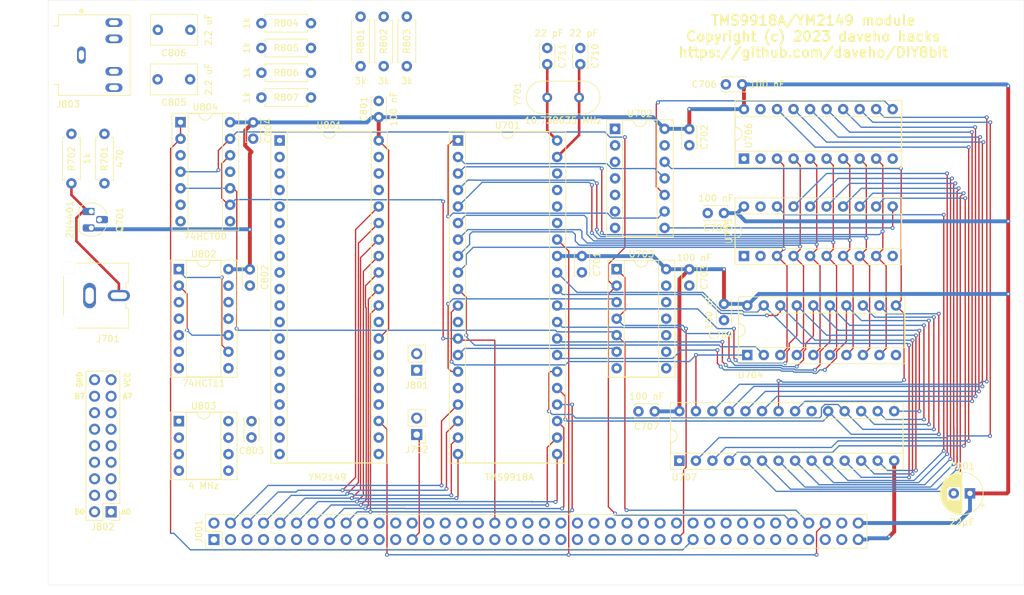
<source format=kicad_pcb>
(kicad_pcb (version 20211014) (generator pcbnew)
  (title_block (rev "1"))
  (layers (0 "F.Cu" signal "Front") (31 "B.Cu" signal "Back") (34 "B.Paste" user) (35 "F.Paste" user) (36 "B.SilkS" user "B.Silkscreen") (37 "F.SilkS" user "F.Silkscreen") (38 "B.Mask" user) (39 "F.Mask" user) (44 "Edge.Cuts" user))
  (net 0 "")
  (net 1 "VCC")
  (net 2 "GND")
  (net 3 "/~{IRQ}")
  (net 4 "/D0")
  (net 5 "/PC0")
  (net 6 "/D1")
  (net 7 "/PC1")
  (net 8 "/D2")
  (net 9 "/PC2")
  (net 10 "/D3")
  (net 11 "/PC3")
  (net 12 "/D4")
  (net 13 "/PC4")
  (net 14 "/D5")
  (net 15 "/PC5")
  (net 16 "/D6")
  (net 17 "/PC6")
  (net 18 "/D7")
  (net 19 "/PC7")
  (net 20 "/A8")
  (net 21 "/IRQ3")
  (net 22 "/A9")
  (net 23 "/~{IRQ1}")
  (net 24 "/A10")
  (net 25 "/~{IRQ2}")
  (net 26 "/A11")
  (net 27 "/~{IRQ4}")
  (net 28 "/A12")
  (net 29 "/~{IRQ5}")
  (net 30 "/A13")
  (net 31 "/IRQ6")
  (net 32 "/A14")
  (net 33 "/~{IRQ7}")
  (net 34 "/A15")
  (net 35 "/TCOUNT2")
  (net 36 "/A0")
  (net 37 "/A1")
  (net 38 "/A2")
  (net 39 "/~{IOR1}")
  (net 40 "/A3")
  (net 41 "/~{IOR2}")
  (net 42 "/A4")
  (net 43 "/~{IOR3}")
  (net 44 "/A5")
  (net 45 "/~{IODEV0}")
  (net 46 "/A6")
  (net 47 "/~{IODEV1}")
  (net 48 "/A7")
  (net 49 "/~{IODEV2}")
  (net 50 "/~{IODEV3}")
  (net 51 "/~{IODEV4}")
  (net 52 "/~{IODEV5}")
  (net 53 "/~{IODEV6}")
  (net 54 "/~{IODEV7}")
  (net 55 "/~{IODEV8}")
  (net 56 "Net-(C710-Pad2)")
  (net 57 "/~{IODEV9}")
  (net 58 "/R~{W}")
  (net 59 "/~{IODEV10}")
  (net 60 "/~{ROMEN}")
  (net 61 "/~{IODEV11}")
  (net 62 "/E")
  (net 63 "/~{IODEV12}")
  (net 64 "/~{RMEM}")
  (net 65 "/~{IODEV13}")
  (net 66 "/~{WMEM}")
  (net 67 "/~{IODEV14}")
  (net 68 "/~{RST}")
  (net 69 "/~{IODEV15}")
  (net 70 "/RST")
  (net 71 "Net-(C711-Pad2)")
  (net 72 "/YM2149_Sound/TIP")
  (net 73 "Net-(C805-Pad2)")
  (net 74 "/YM2149_Sound/RING")
  (net 75 "Net-(C806-Pad2)")
  (net 86 "/~{RAMEN}")
  (net 87 "Net-(J701-Pad2)")
  (net 88 "Net-(J702-Pad2)")
  (net 89 "Net-(J801-Pad1)")
  (net 90 "/YM2149_Sound/IOA0")
  (net 91 "/YM2149_Sound/IOB0")
  (net 92 "/YM2149_Sound/IOA1")
  (net 93 "/YM2149_Sound/IOB1")
  (net 94 "/YM2149_Sound/IOA2")
  (net 95 "/YM2149_Sound/IOB2")
  (net 96 "/YM2149_Sound/IOA3")
  (net 97 "/YM2149_Sound/IOB3")
  (net 98 "/YM2149_Sound/IOA4")
  (net 99 "/YM2149_Sound/IOB4")
  (net 100 "/YM2149_Sound/IOA5")
  (net 101 "/YM2149_Sound/IOB5")
  (net 102 "/YM2149_Sound/IOA6")
  (net 103 "/YM2149_Sound/IOB6")
  (net 104 "/YM2149_Sound/IOA7")
  (net 105 "/YM2149_Sound/IOB7")
  (net 108 "Net-(Q701-Pad2)")
  (net 109 "/YM2149_Sound/ANLG_C")
  (net 110 "/YM2149_Sound/ANLG_B")
  (net 111 "/YM2149_Sound/ANLG_A")
  (net 112 "/TMS9918ADisplay/~{RAS}")
  (net 113 "/TMS9918ADisplay/~{CAS}")
  (net 114 "/TMS9918ADisplay/AD7")
  (net 115 "/TMS9918ADisplay/AD6")
  (net 116 "/TMS9918ADisplay/AD5")
  (net 117 "/TMS9918ADisplay/AD4")
  (net 118 "/TMS9918ADisplay/AD3")
  (net 119 "/TMS9918ADisplay/AD2")
  (net 120 "/TMS9918ADisplay/AD1")
  (net 121 "/TMS9918ADisplay/AD0")
  (net 122 "/TMS9918ADisplay/VR{slash}~{W}")
  (net 123 "/TMS9918ADisplay/~{VDPWR}")
  (net 124 "/TMS9918ADisplay/~{VDPRD}")
  (net 125 "/TMS9918ADisplay/VD7")
  (net 126 "/TMS9918ADisplay/VD6")
  (net 127 "/TMS9918ADisplay/VD5")
  (net 128 "/TMS9918ADisplay/VD4")
  (net 129 "/TMS9918ADisplay/VD3")
  (net 130 "/TMS9918ADisplay/VD2")
  (net 131 "/TMS9918ADisplay/VD1")
  (net 132 "/TMS9918ADisplay/VD0")
  (net 139 "Net-(U702-Pad8)")
  (net 140 "Net-(U702-Pad10)")
  (net 141 "/TMS9918ADisplay/V~{R}{slash}W")
  (net 144 "/TMS9918ADisplay/VA6")
  (net 145 "/TMS9918ADisplay/VA5")
  (net 146 "/TMS9918ADisplay/VA4")
  (net 147 "/TMS9918ADisplay/VA3")
  (net 148 "/TMS9918ADisplay/VA2")
  (net 149 "/TMS9918ADisplay/VA1")
  (net 150 "/TMS9918ADisplay/VA0")
  (net 152 "/TMS9918ADisplay/VA13")
  (net 153 "/TMS9918ADisplay/VA12")
  (net 154 "/TMS9918ADisplay/VA11")
  (net 155 "/TMS9918ADisplay/VA10")
  (net 156 "/TMS9918ADisplay/VA9")
  (net 157 "/TMS9918ADisplay/VA8")
  (net 158 "/TMS9918ADisplay/VA7")
  (net 162 "Net-(U801-Pad22)")
  (net 165 "/YM2149_Sound/BDIR")
  (net 166 "/YM2149_Sound/BC1")
  (net 168 "Net-(U802-Pad1)")
  (net 169 "Net-(U802-Pad10)")
  (net 171 "Net-(U802-Pad11)")
  (net 172 "Net-(U802-Pad13)")
  (footprint "MountingHole:MountingHole_3.2mm_M3" (layer "F.Cu") (at 195.1 144.92)
    (fp_text reference "REF**")
    (fp_text value "MountingHole_3.2mm_M3")
  )
  (footprint "MountingHole:MountingHole_3.2mm_M3" (layer "F.Cu") (at 81.9 144.92)
    (fp_text reference "REF**")
    (fp_text value "MountingHole_3.2mm_M3")
  )
  (footprint "Capacitor_THT:CP_Radial_D6.3mm_P2.50mm" (layer "F.Cu") (at 205.2 134.32 180)
    (fp_text reference "C001")
    (fp_text value "22μF")
  )
  (footprint "Connector_PinHeader_2.54mm:PinHeader_2x40_P2.54mm_Vertical" (layer "F.Cu") (at 88.97 141.42 90)
    (fp_text reference "J001")
    (fp_text value "Conn_02x40_Odd_Even")
  )
  (footprint "Package_DIP:DIP-8_W7.62mm_Socket" (layer "F.Cu") (at 83.576 123.2)
    (fp_text reference "U803")
    (fp_text value "4 MHz")
  )
  (footprint "Package_TO_SOT_THT:TO-92_HandSolder" (layer "F.Cu") (at 70.104 90.932 -90)
    (fp_text reference "Q701")
    (fp_text value "2N4401")
  )
  (footprint "Resistor_THT:R_Axial_DIN0207_L6.3mm_D2.5mm_P7.62mm_Horizontal" (layer "F.Cu") (at 115.062 68.58 90)
    (fp_text reference "R802")
    (fp_text value "3k")
  )
  (footprint "Resistor_THT:R_Axial_DIN0207_L6.3mm_D2.5mm_P7.62mm_Horizontal" (layer "F.Cu") (at 96.266 65.786)
    (fp_text reference "R805")
    (fp_text value "1k")
  )
  (footprint "Capacitor_THT:C_Disc_D3.4mm_W2.1mm_P2.50mm" (layer "F.Cu") (at 145.288 65.786 -90)
    (fp_text reference "C710")
    (fp_text value "22 pF")
  )
  (footprint "Capacitor_THT:C_Rect_L7.0mm_W4.5mm_P5.00mm" (layer "F.Cu") (at 85.344 62.992 180)
    (fp_text reference "C806")
    (fp_text value "2.2 uF")
  )
  (footprint "Package_DIP:DIP-20_W7.62mm_Socket" (layer "F.Cu") (at 170.454 82.814 90)
    (fp_text reference "U706")
    (fp_text value "74HCT574")
  )
  (footprint "Capacitor_THT:C_Disc_D3.4mm_W2.1mm_P2.50mm" (layer "F.Cu") (at 94.742 123.21 -90)
    (fp_text reference "C803")
    (fp_text value "100 nF")
  )
  (footprint "Resistor_THT:R_Axial_DIN0207_L6.3mm_D2.5mm_P7.62mm_Horizontal" (layer "F.Cu") (at 96.266 73.406)
    (fp_text reference "R807")
    (fp_text value "1k")
  )
  (footprint "Package_DIP:DIP-20_W7.62mm_Socket" (layer "F.Cu") (at 170.454 97.79 90)
    (fp_text reference "U705")
    (fp_text value "74HCT574")
  )
  (footprint "Resistor_THT:R_Axial_DIN0207_L6.3mm_D2.5mm_P7.62mm_Horizontal" (layer "F.Cu") (at 118.618 68.58 90)
    (fp_text reference "R803")
    (fp_text value "3k")
  )
  (footprint "Capacitor_THT:C_Disc_D3.4mm_W2.1mm_P2.50mm" (layer "F.Cu") (at 156.733 121.696 180)
    (fp_text reference "C707")
    (fp_text value "100 nF")
  )
  (footprint "Package_DIP:DIP-28_W7.62mm_Socket" (layer "F.Cu") (at 160.528 129.286 90)
    (fp_text reference "U707")
    (fp_text value "HM62256BLP-7")
  )
  (footprint "Crystal:Crystal_HC18-U_Vertical" (layer "F.Cu") (at 140.208 73.406)
    (fp_text reference "Y701")
    (fp_text value "10.738635 MHz")
  )
  (footprint "CUI_RCJ-044:CUI_RCJ-044" (layer "F.Cu") (at 69.85 103.886 180)
    (fp_text reference "J701")
    (fp_text value "RCJ-044")
    (fp_line (start 4 3.35) (end 2.3 3.35) (layer "Edge.Cuts") (width 0.01))
    (fp_line (start 4 -3.35) (end 4 -5.15) (layer "Edge.Cuts") (width 0.01))
    (fp_line (start 4 -5.15) (end 2.3 -5.15) (layer "Edge.Cuts") (width 0.01))
    (fp_line (start 4 5.15) (end 4 3.35) (layer "Edge.Cuts") (width 0.01))
    (fp_line (start 2.3 5.15) (end 4 5.15) (layer "Edge.Cuts") (width 0.01))
    (fp_line (start 2.3 -5.15) (end 2.3 -3.35) (layer "Edge.Cuts") (width 0.01))
    (fp_line (start 2.3 3.35) (end 2.3 5.15) (layer "Edge.Cuts") (width 0.01))
    (fp_line (start 2.3 -3.35) (end 4 -3.35) (layer "Edge.Cuts") (width 0.01))
  )
  (footprint "Capacitor_THT:C_Disc_D3.4mm_W2.1mm_P2.50mm" (layer "F.Cu") (at 170.175 71.384 180)
    (fp_text reference "C706")
    (fp_text value "100 nF")
  )
  (footprint "Capacitor_THT:C_Disc_D3.4mm_W2.1mm_P2.50mm" (layer "F.Cu") (at 145.542 97.81 -90)
    (fp_text reference "C701")
    (fp_text value "100 nF")
  )
  (footprint "Resistor_THT:R_Axial_DIN0207_L6.3mm_D2.5mm_P7.62mm_Horizontal" (layer "F.Cu") (at 96.266 61.976)
    (fp_text reference "R804")
    (fp_text value "1k")
  )
  (footprint "Resistor_THT:R_Axial_DIN0207_L6.3mm_D2.5mm_P7.62mm_Horizontal" (layer "F.Cu") (at 67.056 86.614 90)
    (fp_text reference "R702")
    (fp_text value "1k")
  )
  (footprint "Package_DIP:DIP-14_W7.62mm_Socket" (layer "F.Cu") (at 83.83 77.211)
    (fp_text reference "U804")
    (fp_text value "74HCT00")
  )
  (footprint "Package_DIP:DIP-14_W7.62mm_Socket" (layer "F.Cu") (at 150.632 78.227)
    (fp_text reference "U702")
    (fp_text value "74HCT04")
  )
  (footprint "Connector_PinHeader_2.54mm:PinHeader_1x02_P2.54mm_Vertical" (layer "F.Cu") (at 120.142 125.272 180)
    (fp_text reference "J702")
    (fp_text value "Conn_01x02")
  )
  (footprint "Capacitor_THT:C_Disc_D3.4mm_W2.1mm_P2.50mm" (layer "F.Cu") (at 94.488 99.842 -90)
    (fp_text reference "C802")
    (fp_text value "100 nF")
  )
  (footprint "Connector_PinHeader_2.54mm:PinHeader_2x09_P2.54mm_Vertical" (layer "F.Cu") (at 73.157 137.15 180)
    (fp_text reference "J802")
    (fp_text value "Conn_02x09_Odd_Even")
  )
  (footprint "Package_DIP:DIP-40_W15.24mm_Socket" (layer "F.Cu") (at 99.06 80.01)
    (fp_text reference "U801")
    (fp_text value "YM2149")
  )
  (footprint "Package_DIP:DIP-14_W7.62mm_Socket" (layer "F.Cu") (at 150.876 99.822)
    (fp_text reference "U703")
    (fp_text value "74HCT32")
  )
  (footprint "Resistor_THT:R_Axial_DIN0207_L6.3mm_D2.5mm_P7.62mm_Horizontal" (layer "F.Cu") (at 96.266 69.596)
    (fp_text reference "R806")
    (fp_text value "1k")
  )
  (footprint "Resistor_THT:R_Axial_DIN0207_L6.3mm_D2.5mm_P7.62mm_Horizontal" (layer "F.Cu") (at 111.506 68.58 90)
    (fp_text reference "R801")
    (fp_text value "3k")
  )
  (footprint "Package_DIP:DIP-20_W7.62mm_Socket" (layer "F.Cu") (at 170.962 113.03 90)
    (fp_text reference "U704")
    (fp_text value "74HCT574")
  )
  (footprint "Capacitor_THT:C_Rect_L7.0mm_W4.5mm_P5.00mm" (layer "F.Cu") (at 85.304 70.612 180)
    (fp_text reference "C805")
    (fp_text value "2.2 uF")
  )
  (footprint "Capacitor_THT:C_Disc_D3.4mm_W2.1mm_P2.50mm" (layer "F.Cu") (at 114.3 76.434 90)
    (fp_text reference "C801")
    (fp_text value "100 nF")
  )
  (footprint "Capacitor_THT:C_Disc_D3.4mm_W2.1mm_P2.50mm" (layer "F.Cu") (at 140.208 65.786 -90)
    (fp_text reference "C711")
    (fp_text value "22 pF")
  )
  (footprint "Capacitor_THT:C_Disc_D3.4mm_W2.1mm_P2.50mm" (layer "F.Cu") (at 94.996 77.236 -90)
    (fp_text reference "C804")
    (fp_text value "100 nF")
  )
  (footprint "Capacitor_THT:C_Disc_D3.4mm_W2.1mm_P2.50mm" (layer "F.Cu") (at 167.381 105.166 -90)
    (fp_text reference "C704")
    (fp_text value "100 nF")
  )
  (footprint "Resistor_THT:R_Axial_DIN0207_L6.3mm_D2.5mm_P7.62mm_Horizontal" (layer "F.Cu") (at 72.136 86.614 90)
    (fp_text reference "R701")
    (fp_text value "470")
  )
  (footprint "Package_DIP:DIP-14_W7.62mm_Socket" (layer "F.Cu") (at 83.576 99.817)
    (fp_text reference "U802")
    (fp_text value "74HCT11")
  )
  (footprint "Connector_PinHeader_2.54mm:PinHeader_1x02_P2.54mm_Vertical" (layer "F.Cu") (at 120.142 115.366 180)
    (fp_text reference "J801")
    (fp_text value "Conn_01x02")
  )
  (footprint "Package_DIP:DIP-40_W15.24mm_Socket" (layer "F.Cu") (at 126.487 80.015)
    (fp_text reference "U701")
    (fp_text value "TMS9918A")
  )
  (footprint "CUI_SJ1-3525N:CUI_SJ1-3525N" (layer "F.Cu") (at 68.588 66.8805)
    (fp_text reference "J803")
    (fp_text value "SJ1-3525N")
  )
  (footprint "Capacitor_THT:C_Disc_D3.4mm_W2.1mm_P2.50mm" (layer "F.Cu") (at 167.381 91.196 180)
    (fp_text reference "C705")
    (fp_text value "100 nF")
  )
  (footprint "Capacitor_THT:C_Disc_D3.4mm_W2.1mm_P2.50mm" (layer "F.Cu") (at 162.052 78.252 -90)
    (fp_text reference "C702")
    (fp_text value "100 nF")
  )
  (footprint "Capacitor_THT:C_Disc_D3.4mm_W2.1mm_P2.50mm" (layer "F.Cu") (at 162.052 99.842 -90)
    (fp_text reference "C703")
    (fp_text value "100 nF")
  )
  (gr_line (start 213.5 58.42) (end 63.5 58.42) (layer "Edge.Cuts") (width 0.0381))
  (gr_line (start 213.5 148.42) (end 213.5 58.42) (layer "Edge.Cuts") (width 0.0381))
  (gr_line (start 63.5 148.42) (end 213.5 148.42) (layer "Edge.Cuts") (width 0.0381))
  (gr_line (start 63.5 58.42) (end 63.5 148.42) (layer "Edge.Cuts") (width 0.0381))
  (gr_text "A0" (at 75.438 137.16) (layer "F.SilkS") (effects (font (size 0.8 0.8) (thickness 0.2))))
  (gr_text "TMS9918A/YM2149 module\nCopyright (c) 2023 daveho hacks\nhttps://github.com/daveho/DIY8bit" (at 181.102 64.008) (layer "F.SilkS") (effects (font (size 1.524 1.524) (thickness 0.3048))))
  (gr_text "VCC" (at 75.692 116.84 90) (layer "F.SilkS") (effects (font (size 0.8 0.8) (thickness 0.2))))
  (gr_text "B0" (at 68.326 137.16) (layer "F.SilkS") (effects (font (size 0.8 0.8) (thickness 0.2))))
  (gr_text "A7" (at 75.692 119.38) (layer "F.SilkS") (effects (font (size 0.8 0.8) (thickness 0.2))))
  (gr_text "B7" (at 68.326 119.38) (layer "F.SilkS") (effects (font (size 0.8 0.8) (thickness 0.2))))
  (gr_text "GND" (at 68.326 116.84 90) (layer "F.SilkS") (effects (font (size 0.8 0.8) (thickness 0.2))))
  (segment (start 114.3 110.49) (end 115.824 108.966) (width 0.2) (layer "F.Cu") (net 1))
  (segment (start 94.488 94.996) (end 94.488 99.842) (width 0.6) (layer "F.Cu") (net 1))
  (segment (start 205.2 134.32) (end 210.866 134.32) (width 0.6) (layer "F.Cu") (net 1))
  (segment (start 210.866 134.32) (end 211.074 134.112) (width 0.6) (layer "F.Cu") (net 1))
  (segment (start 160.528 101.366) (end 162.052 99.842) (width 0.6) (layer "F.Cu") (net 1))
  (segment (start 160.528 121.666) (end 160.528 101.366) (width 0.6) (layer "F.Cu") (net 1))
  (segment (start 211.074 134.112) (end 211.074 103.632) (width 0.6) (layer "F.Cu") (net 1))
  (segment (start 211.074 103.632) (end 211.074 71.628) (width 0.6) (layer "F.Cu") (net 1))
  (segment (start 93.769 80.815) (end 94.742 81.788) (width 0.6) (layer "F.Cu") (net 1))
  (segment (start 162.052 78.252) (end 162.052 75.184) (width 0.6) (layer "F.Cu") (net 1))
  (segment (start 94.488 93.726) (end 94.488 94.996) (width 0.6) (layer "F.Cu") (net 1))
  (segment (start 167.381 105.166) (end 167.381 99.827) (width 0.6) (layer "F.Cu") (net 1))
  (segment (start 94.996 77.236) (end 93.769 78.463) (width 0.6) (layer "F.Cu") (net 1))
  (segment (start 170.454 75.194) (end 170.454 71.663) (width 0.6) (layer "F.Cu") (net 1))
  (segment (start 93.769 78.463) (end 93.769 80.815) (width 0.6) (layer "F.Cu") (net 1))
  (segment (start 115.824 108.966) (end 115.824 81.534) (width 0.2) (layer "F.Cu") (net 1))
  (segment (start 115.824 81.534) (end 114.3 80.01) (width 0.2) (layer "F.Cu") (net 1))
  (segment (start 94.488 82.042) (end 94.488 93.726) (width 0.6) (layer "F.Cu") (net 1))
  (segment (start 94.742 81.788) (end 94.488 82.042) (width 0.6) (layer "F.Cu") (net 1))
  (segment (start 170.454 71.663) (end 170.175 71.384) (width 0.6) (layer "F.Cu") (net 1))
  (segment (start 167.381 99.827) (end 167.386 99.822) (width 0.6) (layer "F.Cu") (net 1))
  (segment (start 114.3 80.01) (end 114.3 76.434) (width 0.6) (layer "F.Cu") (net 1))
  (via (at 167.386 99.822) (size 0.6) (drill 0.3) (layers "F.Cu" "B.Cu") (net 1))
  (via (at 211.074 103.632) (size 0.6) (drill 0.3) (layers "F.Cu" "B.Cu") (net 1))
  (via (at 211.074 71.628) (size 0.6) (drill 0.3) (layers "F.Cu" "B.Cu") (net 1))
  (via (at 211.074 92.456) (size 0.6) (drill 0.3) (layers "F.Cu" "B.Cu") (net 1))
  (via (at 162.052 75.184) (size 0.6) (drill 0.3) (layers "F.Cu" "B.Cu") (net 1))
  (via (at 94.488 93.726) (size 0.6) (drill 0.3) (layers "F.Cu" "B.Cu") (net 1))
  (segment (start 172.74 103.632) (end 211.074 103.632) (width 0.6) (layer "B.Cu") (net 1))
  (segment (start 91.475 77.236) (end 91.45 77.211) (width 0.6) (layer "B.Cu") (net 1))
  (segment (start 156.459 76.434) (end 114.3 76.434) (width 0.6) (layer "B.Cu") (net 1))
  (segment (start 112.502 77.236) (end 94.996 77.236) (width 0.6) (layer "B.Cu") (net 1))
  (segment (start 170.175 71.384) (end 210.83 71.384) (width 0.6) (layer "B.Cu") (net 1))
  (segment (start 113.304 76.434) (end 112.502 77.236) (width 0.6) (layer "B.Cu") (net 1))
  (segment (start 94.996 77.236) (end 91.475 77.236) (width 0.6) (layer "B.Cu") (net 1))
  (segment (start 158.496 99.822) (end 162.032 99.822) (width 0.6) (layer "B.Cu") (net 1))
  (segment (start 91.221 99.842) (end 91.196 99.817) (width 0.6) (layer "B.Cu") (net 1))
  (segment (start 170.688 92.456) (end 211.074 92.456) (width 0.6) (layer "B.Cu") (net 1))
  (segment (start 141.727 97.795) (end 145.527 97.795) (width 0.6) (layer "B.Cu") (net 1))
  (segment (start 169.428 91.196) (end 170.688 92.456) (width 0.6) (layer "B.Cu") (net 1))
  (segment (start 162.027 78.227) (end 162.052 78.252) (width 0.6) (layer "B.Cu") (net 1))
  (segment (start 160.498 121.696) (end 160.528 121.666) (width 0.6) (layer "B.Cu") (net 1))
  (segment (start 156.484 97.81) (end 158.496 99.822) (width 0.6) (layer "B.Cu") (net 1))
  (segment (start 162.052 75.184) (end 162.062 75.194) (width 0.6) (layer "B.Cu") (net 1))
  (segment (start 145.527 97.795) (end 145.542 97.81) (width 0.6) (layer "B.Cu") (net 1))
  (segment (start 162.072 99.822) (end 162.052 99.842) (width 0.6) (layer "B.Cu") (net 1))
  (segment (start 158.252 78.227) (end 162.027 78.227) (width 0.6) (layer "B.Cu") (net 1))
  (segment (start 114.3 76.434) (end 113.304 76.434) (width 0.6) (layer "B.Cu") (net 1))
  (segment (start 162.062 75.194) (end 170.454 75.194) (width 0.6) (layer "B.Cu") (net 1))
  (segment (start 205.2 134.32) (end 205.2 136.938) (width 0.6) (layer "B.Cu") (net 1))
  (segment (start 162.032 99.822) (end 162.052 99.842) (width 0.6) (layer "B.Cu") (net 1))
  (segment (start 70.104 93.472) (end 70.31 93.678) (width 0.6) (layer "B.Cu") (net 1))
  (segment (start 145.542 97.81) (end 156.484 97.81) (width 0.6) (layer "B.Cu") (net 1))
  (segment (start 203.258 138.88) (end 188.03 138.88) (width 0.6) (layer "B.Cu") (net 1))
  (segment (start 170.718 105.166) (end 170.962 105.41) (width 0.6) (layer "B.Cu") (net 1))
  (segment (start 205.2 136.938) (end 203.258 138.88) (width 0.6) (layer "B.Cu") (net 1))
  (segment (start 169.428 91.196) (end 170.454 90.17) (width 0.6) (layer "B.Cu") (net 1))
  (segment (start 156.733 121.696) (end 160.498 121.696) (width 0.6) (layer "B.Cu") (net 1))
  (segment (start 70.31 93.678) (end 94.44 93.678) (width 0.6) (layer "B.Cu") (net 1))
  (segment (start 158.252 78.227) (end 156.459 76.434) (width 0.6) (layer "B.Cu") (net 1))
  (segment (start 170.962 105.41) (end 172.74 103.632) (width 0.6) (layer "B.Cu") (net 1))
  (segment (start 167.381 105.166) (end 170.718 105.166) (width 0.6) (layer "B.Cu") (net 1))
  (segment (start 167.386 99.822) (end 162.072 99.822) (width 0.6) (layer "B.Cu") (net 1))
  (segment (start 94.44 93.678) (end 94.488 93.726) (width 0.6) (layer "B.Cu") (net 1))
  (segment (start 167.381 91.196) (end 169.428 91.196) (width 0.6) (layer "B.Cu") (net 1))
  (segment (start 94.488 99.842) (end 91.221 99.842) (width 0.6) (layer "B.Cu") (net 1))
  (segment (start 210.83 71.384) (end 211.074 71.628) (width 0.6) (layer "B.Cu") (net 1))
  (segment (start 193.548 140.208) (end 192.786 140.97) (width 0.6) (layer "F.Cu") (net 2))
  (segment (start 193.548 129.286) (end 193.548 140.208) (width 0.6) (layer "F.Cu") (net 2))
  (via (at 192.786 140.97) (size 0.6) (drill 0.3) (layers "F.Cu" "B.Cu") (net 2))
  (segment (start 189.426 141.42) (end 188.03 141.42) (width 0.6) (layer "B.Cu") (net 2))
  (segment (start 192.786 140.97) (end 192.532 141.224) (width 0.6) (layer "B.Cu") (net 2))
  (segment (start 189.622 141.224) (end 192.532 141.224) (width 0.6) (layer "B.Cu") (net 2))
  (segment (start 189.426 141.42) (end 189.622 141.224) (width 0.6) (layer "B.Cu") (net 2))
  (segment (start 123.952 123.19) (end 123.952 133.096) (width 0.2) (layer "F.Cu") (net 4))
  (segment (start 126.487 120.655) (end 123.952 123.19) (width 0.2) (layer "F.Cu") (net 4))
  (via (at 123.952 133.096) (size 0.6) (drill 0.3) (layers "F.Cu" "B.Cu") (net 4))
  (segment (start 97.294 133.096) (end 91.51 138.88) (width 0.2) (layer "B.Cu") (net 4))
  (segment (start 123.952 133.096) (end 97.294 133.096) (width 0.2) (layer "B.Cu") (net 4))
  (segment (start 114.3 90.17) (end 110.744 93.726) (width 0.2) (layer "F.Cu") (net 6))
  (segment (start 110.744 93.726) (end 110.744 131.826) (width 0.2) (layer "F.Cu") (net 6))
  (segment (start 110.744 131.826) (end 108.731 133.839) (width 0.2) (layer "F.Cu") (net 6))
  (segment (start 124.714 124.968) (end 126.487 123.195) (width 0.2) (layer "F.Cu") (net 6))
  (segment (start 124.714 133.604) (end 124.714 124.968) (width 0.2) (layer "F.Cu") (net 6))
  (via (at 108.731 133.839) (size 0.6) (drill 0.3) (layers "F.Cu" "B.Cu") (net 6))
  (via (at 124.714 133.604) (size 0.6) (drill 0.3) (layers "F.Cu" "B.Cu") (net 6))
  (segment (start 124.479 133.839) (end 124.714 133.604) (width 0.2) (layer "B.Cu") (net 6))
  (segment (start 97.028 135.89) (end 98.806 134.112) (width 0.2) (layer "B.Cu") (net 6))
  (segment (start 108.731 133.839) (end 124.479 133.839) (width 0.2) (layer "B.Cu") (net 6))
  (segment (start 101.6 134.112) (end 101.873 133.839) (width 0.2) (layer "B.Cu") (net 6))
  (segment (start 96.52 136.398) (end 97.028 135.89) (width 0.2) (layer "B.Cu") (net 6))
  (segment (start 94.05 138.88) (end 96.52 136.41) (width 0.2) (layer "B.Cu") (net 6))
  (segment (start 98.806 134.112) (end 101.6 134.112) (width 0.2) (layer "B.Cu") (net 6))
  (segment (start 96.52 136.41) (end 96.52 136.398) (width 0.2) (layer "B.Cu") (net 6))
  (segment (start 101.873 133.839) (end 108.731 133.839) (width 0.2) (layer "B.Cu") (net 6))
  (segment (start 111.179 119.888) (end 111.179 132.661) (width 0.2) (layer "F.Cu") (net 8))
  (segment (start 125.46 134.604) (end 125.476 134.62) (width 0.2) (layer "F.Cu") (net 8))
  (segment (start 114.3 92.71) (end 111.179 95.831) (width 0.2) (layer "F.Cu") (net 8))
  (segment (start 111.179 100.838) (end 111.179 119.888) (width 0.2) (layer "F.Cu") (net 8))
  (segment (start 125.46 126.762) (end 125.46 134.604) (width 0.2) (layer "F.Cu") (net 8))
  (segment (start 111.179 132.661) (end 109.474 134.366) (width 0.2) (layer "F.Cu") (net 8))
  (segment (start 126.487 125.735) (end 125.46 126.762) (width 0.2) (layer "F.Cu") (net 8))
  (segment (start 125.46 134.604) (end 125.46 134.6015) (width 0.2) (layer "F.Cu") (net 8))
  (segment (start 111.179 95.831) (end 111.179 100.838) (width 0.2) (layer "F.Cu") (net 8))
  (via (at 109.474 134.366) (size 0.6) (drill 0.3) (layers "F.Cu" "B.Cu") (net 8))
  (via (at 125.46 134.6015) (size 0.6) (drill 0.3) (layers "F.Cu" "B.Cu") (net 8))
  (segment (start 110.236 134.366) (end 109.474 134.366) (width 0.2) (layer "B.Cu") (net 8))
  (segment (start 125.46 134.6015) (end 110.4715 134.6015) (width 0.2) (layer "B.Cu") (net 8))
  (segment (start 100.85 134.62) (end 96.59 138.88) (width 0.2) (layer "B.Cu") (net 8))
  (segment (start 109.474 134.366) (end 109.22 134.62) (width 0.2) (layer "B.Cu") (net 8))
  (segment (start 109.22 134.62) (end 100.85 134.62) (width 0.2) (layer "B.Cu") (net 8))
  (segment (start 110.4715 134.6015) (end 110.236 134.366) (width 0.2) (layer "B.Cu") (net 8))
  (segment (start 111.506 98.044) (end 111.506 133.706) (width 0.2) (layer "F.Cu") (net 10))
  (segment (start 126.487 134.8035) (end 126.238 135.0525) (width 0.2) (layer "F.Cu") (net 10))
  (segment (start 126.487 128.275) (end 126.487 134.8035) (width 0.2) (layer "F.Cu") (net 10))
  (segment (start 114.3 95.25) (end 111.506 98.044) (width 0.2) (layer "F.Cu") (net 10))
  (segment (start 111.506 133.706) (end 110.16 135.052) (width 0.2) (layer "F.Cu") (net 10))
  (via (at 126.238 135.0525) (size 0.6) (drill 0.3) (layers "F.Cu" "B.Cu") (net 10))
  (via (at 110.16 135.052) (size 0.6) (drill 0.3) (layers "F.Cu" "B.Cu") (net 10))
  (segment (start 102.958 135.052) (end 99.13 138.88) (width 0.2) (layer "B.Cu") (net 10))
  (segment (start 111.252 135.128) (end 111.176 135.052) (width 0.2) (layer "B.Cu") (net 10))
  (segment (start 126.1625 135.128) (end 111.252 135.128) (width 0.2) (layer "B.Cu") (net 10))
  (segment (start 110.16 135.052) (end 102.958 135.052) (width 0.2) (layer "B.Cu") (net 10))
  (segment (start 126.238 135.0525) (end 126.1625 135.128) (width 0.2) (layer "B.Cu") (net 10))
  (segment (start 111.176 135.052) (end 110.16 135.052) (width 0.2) (layer "B.Cu") (net 10))
  (segment (start 114.3 97.79) (end 111.941 100.149) (width 0.2) (layer "F.Cu") (net 12))
  (segment (start 141.727 128.275) (end 141.727 135.387) (width 0.2) (layer "F.Cu") (net 12))
  (segment (start 111.941 134.579) (end 110.941 135.579) (width 0.2) (layer "F.Cu") (net 12))
  (segment (start 141.727 135.387) (end 141.478 135.636) (width 0.2) (layer "F.Cu") (net 12))
  (segment (start 111.941 100.149) (end 111.941 134.579) (width 0.2) (layer "F.Cu") (net 12))
  (via (at 110.941 135.579) (size 0.6) (drill 0.3) (layers "F.Cu" "B.Cu") (net 12))
  (via (at 141.478 135.636) (size 0.6) (drill 0.3) (layers "F.Cu" "B.Cu") (net 12))
  (segment (start 141.4405 135.5985) (end 137.9595 135.5985) (width 0.2) (layer "B.Cu") (net 12))
  (segment (start 137.9595 135.5985) (end 137.922 135.636) (width 0.2) (layer "B.Cu") (net 12))
  (segment (start 141.478 135.636) (end 141.4405 135.5985) (width 0.2) (layer "B.Cu") (net 12))
  (segment (start 104.971 135.579) (end 101.67 138.88) (width 0.2) (layer "B.Cu") (net 12))
  (segment (start 137.922 135.636) (end 137.865 135.579) (width 0.2) (layer "B.Cu") (net 12))
  (segment (start 137.865 135.579) (end 104.971 135.579) (width 0.2) (layer "B.Cu") (net 12))
  (segment (start 141.727 125.735) (end 140.208 127.254) (width 0.2) (layer "F.Cu") (net 14))
  (segment (start 112.376 135.274) (end 111.544 136.106) (width 0.2) (layer "F.Cu") (net 14))
  (segment (start 112.268 105.664) (end 112.376 105.772) (width 0.2) (layer "F.Cu") (net 14))
  (segment (start 112.268 102.362) (end 112.268 105.664) (width 0.2) (layer "F.Cu") (net 14))
  (segment (start 140.208 127.254) (end 140.208 128.524) (width 0.2) (layer "F.Cu") (net 14))
  (segment (start 114.3 100.33) (end 112.268 102.362) (width 0.2) (layer "F.Cu") (net 14))
  (segment (start 140.208 128.524) (end 140.208 136.1255) (width 0.2) (layer "F.Cu") (net 14))
  (segment (start 112.376 105.772) (end 112.376 135.274) (width 0.2) (layer "F.Cu") (net 14))
  (via (at 111.544 136.106) (size 0.6) (drill 0.3) (layers "F.Cu" "B.Cu") (net 14))
  (via (at 140.208 136.1255) (size 0.6) (drill 0.3) (layers "F.Cu" "B.Cu") (net 14))
  (segment (start 140.208 136.1255) (end 140.1885 136.106) (width 0.2) (layer "B.Cu") (net 14))
  (segment (start 111.544 136.106) (end 106.984 136.106) (width 0.2) (layer "B.Cu") (net 14))
  (segment (start 140.1885 136.106) (end 111.544 136.106) (width 0.2) (layer "B.Cu") (net 14))
  (segment (start 106.984 136.106) (end 104.21 138.88) (width 0.2) (layer "B.Cu") (net 14))
  (segment (start 114.3 102.87) (end 112.703 104.467) (width 0.2) (layer "F.Cu") (net 16))
  (segment (start 112.703 104.467) (end 112.703 136.179) (width 0.2) (layer "F.Cu") (net 16))
  (segment (start 112.703 136.179) (end 112.249 136.633) (width 0.2) (layer "F.Cu") (net 16))
  (segment (start 142.754 124.222) (end 142.754 136.3735) (width 0.2) (layer "F.Cu") (net 16))
  (segment (start 142.754 136.3735) (end 142.494 136.6335) (width 0.2) (layer "F.Cu") (net 16))
  (segment (start 141.727 123.195) (end 142.754 124.222) (width 0.2) (layer "F.Cu") (net 16))
  (via (at 142.494 136.6335) (size 0.6) (drill 0.3) (layers "F.Cu" "B.Cu") (net 16))
  (via (at 112.249 136.633) (size 0.6) (drill 0.3) (layers "F.Cu" "B.Cu") (net 16))
  (segment (start 108.997 136.633) (end 106.75 138.88) (width 0.2) (layer "B.Cu") (net 16))
  (segment (start 142.494 136.6335) (end 142.4755 136.652) (width 0.2) (layer "B.Cu") (net 16))
  (segment (start 118.345 136.633) (end 112.249 136.633) (width 0.2) (layer "B.Cu") (net 16))
  (segment (start 118.364 136.652) (end 118.345 136.633) (width 0.2) (layer "B.Cu") (net 16))
  (segment (start 112.249 136.633) (end 108.997 136.633) (width 0.2) (layer "B.Cu") (net 16))
  (segment (start 142.4755 136.652) (end 118.364 136.652) (width 0.2) (layer "B.Cu") (net 16))
  (segment (start 114.3 105.41) (end 113.03 106.68) (width 0.2) (layer "F.Cu") (net 18))
  (segment (start 113.03 106.68) (end 113.03 137.16) (width 0.2) (layer "F.Cu") (net 18))
  (segment (start 144.0365 136.906) (end 144.0365 120.65) (width 0.2) (layer "F.Cu") (net 18))
  (via (at 144.0365 120.65) (size 0.6) (drill 0.3) (layers "F.Cu" "B.Cu") (net 18))
  (via (at 144.0365 136.906) (size 0.6) (drill 0.3) (layers "F.Cu" "B.Cu") (net 18))
  (via (at 113.03 137.16) (size 0.6) (drill 0.3) (layers "F.Cu" "B.Cu") (net 18))
  (segment (start 109.29 138.88) (end 111.01 137.16) (width 0.2) (layer "B.Cu") (net 18))
  (segment (start 111.01 137.16) (end 116.332 137.16) (width 0.2) (layer "B.Cu") (net 18))
  (segment (start 144.0315 120.655) (end 141.727 120.655) (width 0.2) (layer "B.Cu") (net 18))
  (segment (start 116.332 137.16) (end 143.7825 137.16) (width 0.2) (layer "B.Cu") (net 18))
  (segment (start 144.0365 120.65) (end 144.0315 120.655) (width 0.2) (layer "B.Cu") (net 18))
  (segment (start 143.7825 137.16) (end 144.0365 136.906) (width 0.2) (layer "B.Cu") (net 18))
  (segment (start 120.527 125.657) (end 120.142 125.272) (width 0.2) (layer "F.Cu") (net 25))
  (segment (start 120.527 140.343) (end 120.527 125.657) (width 0.2) (layer "F.Cu") (net 25))
  (segment (start 119.45 141.42) (end 120.527 140.343) (width 0.2) (layer "F.Cu") (net 25))
  (segment (start 132.15 138.88) (end 132.15 110.814) (width 0.2) (layer "F.Cu") (net 36))
  (segment (start 126.736 110.744) (end 126.487 110.495) (width 0.2) (layer "F.Cu") (net 36))
  (segment (start 132.15 110.814) (end 132.08 110.744) (width 0.2) (layer "F.Cu") (net 36))
  (segment (start 132.08 110.744) (end 126.736 110.744) (width 0.2) (layer "F.Cu") (net 36))
  (segment (start 124.206 89.408) (end 124.206 110.49) (width 0.2) (layer "F.Cu") (net 36))
  (segment (start 90.17 88.9) (end 90.17 83.571) (width 0.2) (layer "F.Cu") (net 36))
  (segment (start 91.45 89.911) (end 91.181 89.911) (width 0.2) (layer "F.Cu") (net 36))
  (segment (start 91.181 89.911) (end 90.17 88.9) (width 0.2) (layer "F.Cu") (net 36))
  (segment (start 90.17 83.571) (end 91.45 82.291) (width 0.2) (layer "F.Cu") (net 36))
  (via (at 124.206 89.408) (size 0.6) (drill 0.3) (layers "F.Cu" "B.Cu") (net 36))
  (via (at 124.206 110.49) (size 0.6) (drill 0.3) (layers "F.Cu" "B.Cu") (net 36))
  (segment (start 124.206 110.49) (end 124.211 110.495) (width 0.2) (layer "B.Cu") (net 36))
  (segment (start 99.833 89.143) (end 123.941 89.143) (width 0.2) (layer "B.Cu") (net 36))
  (segment (start 124.211 110.495) (end 126.487 110.495) (width 0.2) (layer "B.Cu") (net 36))
  (segment (start 99.822 89.154) (end 99.833 89.143) (width 0.2) (layer "B.Cu") (net 36))
  (segment (start 99.525001 89.111001) (end 99.568 89.154) (width 0.2) (layer "B.Cu") (net 36))
  (segment (start 123.941 89.143) (end 124.206 89.408) (width 0.2) (layer "B.Cu") (net 36))
  (segment (start 92.249999 89.111001) (end 99.525001 89.111001) (width 0.2) (layer "B.Cu") (net 36))
  (segment (start 91.45 89.911) (end 92.249999 89.111001) (width 0.2) (layer "B.Cu") (net 36))
  (segment (start 99.568 89.154) (end 99.822 89.154) (width 0.2) (layer "B.Cu") (net 36))
  (segment (start 152.146 101.092) (end 150.876 99.822) (width 0.2) (layer "F.Cu") (net 52))
  (segment (start 150.876 107.442) (end 152.146 106.172) (width 0.2) (layer "F.Cu") (net 52))
  (segment (start 161.167 140.343) (end 161.167 130.701) (width 0.2) (layer "F.Cu") (net 52))
  (segment (start 160.09 141.42) (end 161.167 140.343) (width 0.2) (layer "F.Cu") (net 52))
  (segment (start 152.146 106.172) (end 152.146 101.092) (width 0.2) (layer "F.Cu") (net 52))
  (segment (start 161.555 130.313) (end 161.555 108.977) (width 0.2) (layer "F.Cu") (net 52))
  (segment (start 161.555 108.977) (end 161.544 108.966) (width 0.2) (layer "F.Cu") (net 52))
  (segment (start 161.167 130.701) (end 161.555 130.313) (width 0.2) (layer "F.Cu") (net 52))
  (via (at 161.544 108.966) (size 0.6) (drill 0.3) (layers "F.Cu" "B.Cu") (net 52))
  (segment (start 160.274 108.458) (end 161.036 108.458) (width 0.2) (layer "B.Cu") (net 52))
  (segment (start 150.876 107.442) (end 151.903 108.469) (width 0.2) (layer "B.Cu") (net 52))
  (segment (start 161.036 108.458) (end 161.544 108.966) (width 0.2) (layer "B.Cu") (net 52))
  (segment (start 160.263 108.469) (end 160.274 108.458) (width 0.2) (layer "B.Cu") (net 52))
  (segment (start 151.903 108.469) (end 160.263 108.469) (width 0.2) (layer "B.Cu") (net 52))
  (segment (start 83.83 79.751) (end 82.296 81.285) (width 0.2) (layer "F.Cu") (net 53))
  (segment (start 82.296 81.285) (end 82.296 81.788) (width 0.2) (layer "F.Cu") (net 53))
  (segment (start 83.83 77.211) (end 83.83 79.751) (width 0.2) (layer "F.Cu") (net 53))
  (segment (start 82.296 81.788) (end 82.296 140.462) (width 0.2) (layer "F.Cu") (net 53))
  (segment (start 161.048 143.002) (end 162.63 141.42) (width 0.2) (layer "B.Cu") (net 53))
  (segment (start 82.296 140.462) (end 82.804 140.462) (width 0.2) (layer "B.Cu") (net 53))
  (segment (start 85.344 143.002) (end 161.048 143.002) (width 0.2) (layer "B.Cu") (net 53))
  (segment (start 82.804 140.462) (end 85.344 143.002) (width 0.2) (layer "B.Cu") (net 53))
  (segment (start 145.108 73.406) (end 145.108 68.466) (width 0.4) (layer "F.Cu") (net 56))
  (segment (start 141.727 82.555) (end 145.108 79.174) (width 0.4) (layer "F.Cu") (net 56))
  (segment (start 145.108 68.466) (end 145.288 68.286) (width 0.4) (layer "F.Cu") (net 56))
  (segment (start 145.108 79.174) (end 145.108 73.406) (width 0.4) (layer "F.Cu") (net 56))
  (segment (start 152.146 79.502) (end 152.146 96.498) (width 0.2) (layer "F.Cu") (net 64))
  (segment (start 150.368 102.362) (end 150.876 102.362) (width 0.2) (layer "F.Cu") (net 64))
  (segment (start 152.146 96.498) (end 149.606 99.038) (width 0.2) (layer "F.Cu") (net 64))
  (segment (start 150.876 102.362) (end 149.606 103.632) (width 0.2) (layer "F.Cu") (net 64))
  (segment (start 89.6435 81.5575) (end 89.6435 84.582) (width 0.2) (layer "F.Cu") (net 64))
  (segment (start 150.622 137.414) (end 149.606 136.398) (width 0.2) (layer "F.Cu") (net 64))
  (segment (start 149.606 101.6) (end 150.368 102.362) (width 0.2) (layer "F.Cu") (net 64))
  (segment (start 91.45 79.751) (end 89.6435 81.5575) (width 0.2) (layer "F.Cu") (net 64))
  (segment (start 149.606 136.398) (end 149.606 103.632) (width 0.2) (layer "F.Cu") (net 64))
  (segment (start 149.606 99.038) (end 149.606 101.6) (width 0.2) (layer "F.Cu") (net 64))
  (via (at 152.146 79.502) (size 0.6) (drill 0.3) (layers "F.Cu" "B.Cu") (net 64))
  (via (at 150.622 137.414) (size 0.6) (drill 0.3) (layers "F.Cu" "B.Cu") (net 64))
  (via (at 89.6435 84.582) (size 0.6) (drill 0.3) (layers "F.Cu" "B.Cu") (net 64))
  (segment (start 92.492 78.709) (end 149.06 78.709) (width 0.2) (layer "B.Cu") (net 64))
  (segment (start 177.87 138.88) (end 176.658 137.668) (width 0.2) (layer "B.Cu") (net 64))
  (segment (start 176.53 137.668) (end 150.876 137.668) (width 0.2) (layer "B.Cu") (net 64))
  (segment (start 150.876 137.668) (end 150.622 137.414) (width 0.2) (layer "B.Cu") (net 64))
  (segment (start 149.06 78.709) (end 149.853 79.502) (width 0.2) (layer "B.Cu") (net 64))
  (segment (start 89.6435 84.582) (end 89.3945 84.831) (width 0.2) (layer "B.Cu") (net 64))
  (segment (start 176.658 137.668) (end 176.53 137.668) (width 0.2) (layer "B.Cu") (net 64))
  (segment (start 91.45 79.751) (end 92.492 78.709) (width 0.2) (layer "B.Cu") (net 64))
  (segment (start 89.3945 84.831) (end 83.83 84.831) (width 0.2) (layer "B.Cu") (net 64))
  (segment (start 149.853 79.502) (end 152.146 79.502) (width 0.2) (layer "B.Cu") (net 64))
  (segment (start 152.146 111.252) (end 152.146 114.3) (width 0.2) (layer "F.Cu") (net 66))
  (segment (start 152.146 114.3) (end 152.146 136.652) (width 0.2) (layer "F.Cu") (net 66))
  (segment (start 92.477 87.905) (end 91.943 87.371) (width 0.2) (layer "F.Cu") (net 66))
  (segment (start 91.943 87.371) (end 91.45 87.371) (width 0.2) (layer "F.Cu") (net 66))
  (segment (start 150.876 109.982) (end 152.146 111.252) (width 0.2) (layer "F.Cu") (net 66))
  (segment (start 92.456 106.934) (end 92.477 106.913) (width 0.2) (layer "F.Cu") (net 66))
  (segment (start 152.146 136.652) (end 152.4 136.906) (width 0.2) (layer "F.Cu") (net 66))
  (segment (start 92.477 106.913) (end 92.477 87.905) (width 0.2) (layer "F.Cu") (net 66))
  (segment (start 92.456 108.966) (end 92.456 106.934) (width 0.2) (layer "F.Cu") (net 66))
  (via (at 92.456 108.966) (size 0.6) (drill 0.3) (layers "F.Cu" "B.Cu") (net 66))
  (via (at 152.4 136.906) (size 0.6) (drill 0.3) (layers "F.Cu" "B.Cu") (net 66))
  (segment (start 141.732 109.468) (end 141.484 109.22) (width 0.2) (layer "B.Cu") (net 66))
  (segment (start 92.71 109.22) (end 92.456 108.966) (width 0.2) (layer "B.Cu") (net 66))
  (segment (start 178.436 136.906) (end 180.41 138.88) (width 0.2) (layer "B.Cu") (net 66))
  (segment (start 152.4 136.906) (end 178.436 136.906) (width 0.2) (layer "B.Cu") (net 66))
  (segment (start 150.362 109.468) (end 141.732 109.468) (width 0.2) (layer "B.Cu") (net 66))
  (segment (start 91.45 87.371) (end 83.83 87.371) (width 0.2) (layer "B.Cu") (net 66))
  (segment (start 141.484 109.22) (end 92.71 109.22) (width 0.2) (layer "B.Cu") (net 66))
  (segment (start 150.876 109.982) (end 150.362 109.468) (width 0.2) (layer "B.Cu") (net 66))
  (segment (start 114.3 123.19) (end 115.57 124.46) (width 0.2) (layer "F.Cu") (net 68))
  (segment (start 181.61 143.764) (end 181.61 140.22) (width 0.2) (layer "F.Cu") (net 68))
  (segment (start 143.51 97.038) (end 143.51 143.764) (width 0.2) (layer "F.Cu") (net 68))
  (segment (start 141.727 95.255) (end 143.51 97.038) (width 0.2) (layer "F.Cu") (net 68))
  (segment (start 181.61 140.22) (end 182.95 138.88) (width 0.2) (layer "F.Cu") (net 68))
  (segment (start 115.57 124.46) (end 115.57 143.764) (width 0.2) (layer "F.Cu") (net 68))
  (via (at 143.51 143.764) (size 0.6) (drill 0.3) (layers "F.Cu" "B.Cu") (net 68))
  (via (at 115.57 143.764) (size 0.6) (drill 0.3) (layers "F.Cu" "B.Cu") (net 68))
  (via (at 181.61 143.764) (size 0.6) (drill 0.3) (layers "F.Cu" "B.Cu") (net 68))
  (segment (start 115.57 143.764) (end 143.51 143.764) (width 0.2) (layer "B.Cu") (net 68))
  (segment (start 143.51 143.764) (end 181.61 143.764) (width 0.2) (layer "B.Cu") (net 68))
  (segment (start 140.208 73.406) (end 140.208 68.286) (width 0.4) (layer "F.Cu") (net 71))
  (segment (start 141.727 80.015) (end 140.208 78.496) (width 0.4) (layer "F.Cu") (net 71))
  (segment (start 140.208 78.496) (end 140.208 73.406) (width 0.4) (layer "F.Cu") (net 71))
  (segment (start 67.818 91.948) (end 68.834 90.932) (width 0.4) (layer "F.Cu") (net 87))
  (segment (start 69.596 90.932) (end 67.056 88.392) (width 0.4) (layer "F.Cu") (net 87))
  (segment (start 67.056 88.392) (end 67.056 86.614) (width 0.4) (layer "F.Cu") (net 87))
  (segment (start 68.834 90.932) (end 70.104 90.932) (width 0.4) (layer "F.Cu") (net 87))
  (segment (start 74.35 102.036) (end 67.818 95.504) (width 0.4) (layer "F.Cu") (net 87))
  (segment (start 70.104 90.932) (end 69.596 90.932) (width 0.4) (layer "F.Cu") (net 87))
  (segment (start 74.35 103.886) (end 74.35 102.036) (width 0.4) (layer "F.Cu") (net 87))
  (segment (start 67.818 95.504) (end 67.818 91.948) (width 0.4) (layer "F.Cu") (net 87))
  (segment (start 124.968 91.694) (end 124.968 80.772) (width 0.2) (layer "F.Cu") (net 112))
  (segment (start 124.968 80.772) (end 125.725 80.015) (width 0.2) (layer "F.Cu") (net 112))
  (segment (start 125.725 80.015) (end 126.487 80.015) (width 0.2) (layer "F.Cu") (net 112))
  (via (at 124.968 91.694) (size 0.6) (drill 0.3) (layers "F.Cu" "B.Cu") (net 112))
  (segment (start 125.746 91.202) (end 149.454602 91.202) (width 0.2) (layer "B.Cu") (net 112))
  (segment (start 125.222 91.694) (end 125.73 91.186) (width 0.2) (layer "B.Cu") (net 112))
  (segment (start 149.454602 91.202) (end 150.206602 91.954) (width 0.2) (layer "B.Cu") (net 112))
  (segment (start 157.225 91.954) (end 158.252 90.927) (width 0.2) (layer "B.Cu") (net 112))
  (segment (start 124.974 91.688) (end 124.968 91.694) (width 0.2) (layer "B.Cu") (net 112))
  (segment (start 125.73 91.186) (end 125.746 91.202) (width 0.2) (layer "B.Cu") (net 112))
  (segment (start 124.968 91.694) (end 125.222 91.694) (width 0.2) (layer "B.Cu") (net 112))
  (segment (start 150.206602 91.954) (end 157.225 91.954) (width 0.2) (layer "B.Cu") (net 112))
  (segment (start 126.487 82.555) (end 127.514 83.582) (width 0.2) (layer "B.Cu") (net 113))
  (segment (start 156.739 84.334) (end 158.252 85.847) (width 0.2) (layer "B.Cu") (net 113))
  (segment (start 150.12 84.334) (end 156.739 84.334) (width 0.2) (layer "B.Cu") (net 113))
  (segment (start 149.368 83.582) (end 150.12 84.334) (width 0.2) (layer "B.Cu") (net 113))
  (segment (start 127.514 83.582) (end 149.368 83.582) (width 0.2) (layer "B.Cu") (net 113))
  (segment (start 192.309 112.003) (end 191.282 113.03) (width 0.2) (layer "F.Cu") (net 114))
  (segment (start 191.801 96.763) (end 190.774 97.79) (width 0.2) (layer "F.Cu") (net 114))
  (segment (start 191.77 93.98) (end 191.77 93.9935) (width 0.2) (layer "F.Cu") (net 114))
  (segment (start 191.801 93.949) (end 191.77 93.98) (width 0.2) (layer "F.Cu") (net 114))
  (segment (start 192.309 99.325) (end 192.309 112.003) (width 0.2) (layer "F.Cu") (net 114))
  (segment (start 190.774 82.814) (end 191.801 83.841) (width 0.2) (layer "F.Cu") (net 114))
  (segment (start 191.801 83.841) (end 191.801 93.949) (width 0.2) (layer "F.Cu") (net 114))
  (segment (start 148.59 84.328) (end 148.59 94.234) (width 0.2) (layer "F.Cu") (net 114))
  (segment (start 190.774 97.79) (end 192.309 99.325) (width 0.2) (layer "F.Cu") (net 114))
  (segment (start 191.801 93.949) (end 191.801 96.763) (width 0.2) (layer "F.Cu") (net 114))
  (via (at 148.59 94.234) (size 0.6) (drill 0.3) (layers "F.Cu" "B.Cu") (net 114))
  (via (at 148.59 84.328) (size 0.6) (drill 0.3) (layers "F.Cu" "B.Cu") (net 114))
  (via (at 191.77 93.9935) (size 0.6) (drill 0.3) (layers "F.Cu" "B.Cu") (net 114))
  (segment (start 126.487 85.095) (end 127.514 84.068) (width 0.2) (layer "B.Cu") (net 114))
  (segment (start 191.77 93.9935) (end 191.2695 94.494) (width 0.2) (layer "B.Cu") (net 114))
  (segment (start 148.33 84.068) (end 148.59 84.328) (width 0.2) (layer "B.Cu") (net 114))
  (segment (start 191.2695 94.494) (end 148.85 94.494) (width 0.2) (layer "B.Cu") (net 114))
  (segment (start 127.514 84.068) (end 148.33 84.068) (width 0.2) (layer "B.Cu") (net 114))
  (segment (start 148.59 94.234) (end 148.85 94.494) (width 0.2) (layer "B.Cu") (net 114))
  (segment (start 189.261 96.763) (end 188.234 97.79) (width 0.2) (layer "F.Cu") (net 115))
  (segment (start 147.828 86.5955) (end 147.828 93.726) (width 0.2) (layer "F.Cu") (net 115))
  (segment (start 189.261 94.965) (end 189.261 96.763) (width 0.2) (layer "F.Cu") (net 115))
  (segment (start 147.828 86.5955) (end 147.828 86.614) (width 0.2) (layer "F.Cu") (net 115))
  (segment (start 188.234 97.79) (end 189.769 99.325) (width 0.2) (layer "F.Cu") (net 115))
  (segment (start 189.261 83.841) (end 189.261 94.965) (width 0.2) (layer "F.Cu") (net 115))
  (segment (start 189.769 99.325) (end 189.769 112.003) (width 0.2) (layer "F.Cu") (net 115))
  (segment (start 189.261 94.965) (end 189.261 95.0205) (width 0.2) (layer "F.Cu") (net 115))
  (segment (start 188.234 82.814) (end 189.261 83.841) (width 0.2) (layer "F.Cu") (net 115))
  (segment (start 189.769 112.003) (end 188.742 113.03) (width 0.2) (layer "F.Cu") (net 115))
  (via (at 189.261 95.0205) (size 0.6) (drill 0.3) (layers "F.Cu" "B.Cu") (net 115))
  (via (at 147.828 93.726) (size 0.6) (drill 0.3) (layers "F.Cu" "B.Cu") (net 115))
  (via (at 147.828 86.614) (size 0.6) (drill 0.3) (layers "F.Cu" "B.Cu") (net 115))
  (segment (start 147.828 86.614) (end 147.336 86.122) (width 0.2) (layer "B.Cu") (net 115))
  (segment (start 147.828 94.217291) (end 148.431709 94.821) (width 0.2) (layer "B.Cu") (net 115))
  (segment (start 128.016 86.106) (end 129.032 86.106) (width 0.2) (layer "B.Cu") (net 115))
  (segment (start 147.828 93.726) (end 147.828 94.217291) (width 0.2) (layer "B.Cu") (net 115))
  (segment (start 148.431709 94.821) (end 189.0615 94.821) (width 0.2) (layer "B.Cu") (net 115))
  (segment (start 129.048 86.122) (end 147.336 86.122) (width 0.2) (layer "B.Cu") (net 115))
  (segment (start 189.0615 94.821) (end 189.261 95.0205) (width 0.2) (layer "B.Cu") (net 115))
  (segment (start 129.032 86.106) (end 129.048 86.122) (width 0.2) (layer "B.Cu") (net 115))
  (segment (start 126.487 87.635) (end 128.016 86.106) (width 0.2) (layer "B.Cu") (net 115))
  (segment (start 187.229 112.003) (end 186.202 113.03) (width 0.2) (layer "F.Cu") (net 116))
  (segment (start 185.694 82.814) (end 186.721 83.841) (width 0.2) (layer "F.Cu") (net 116))
  (segment (start 187.229 99.325) (end 187.229 112.003) (width 0.2) (layer "F.Cu") (net 116))
  (segment (start 186.721 95.535) (end 186.721 95.3475) (width 0.2) (layer "F.Cu") (net 116))
  (segment (start 147.066 86.868) (end 147.066 94.234) (width 0.2) (layer "F.Cu") (net 116))
  (segment (start 186.721 83.841) (end 186.721 95.535) (width 0.2) (layer "F.Cu") (net 116))
  (segment (start 186.721 95.535) (end 186.721 96.763) (width 0.2) (layer "F.Cu") (net 116))
  (segment (start 185.694 97.79) (end 187.229 99.325) (width 0.2) (layer "F.Cu") (net 116))
  (segment (start 186.721 96.763) (end 185.694 97.79) (width 0.2) (layer "F.Cu") (net 116))
  (via (at 186.721 95.3475) (size 0.6) (drill 0.3) (layers "F.Cu" "B.Cu") (net 116))
  (via (at 147.066 94.234) (size 0.6) (drill 0.3) (layers "F.Cu" "B.Cu") (net 116))
  (via (at 147.066 86.868) (size 0.6) (drill 0.3) (layers "F.Cu" "B.Cu") (net 116))
  (segment (start 186.721 95.281) (end 186.588 95.148) (width 0.2) (layer "B.Cu") (net 116))
  (segment (start 130.213 86.449) (end 130.302 86.449) (width 0.2) (layer "B.Cu") (net 116))
  (segment (start 146.647 86.449) (end 147.066 86.868) (width 0.2) (layer "B.Cu") (net 116))
  (segment (start 147.93 95.098) (end 147.93 95.148) (width 0.2) (layer "B.Cu") (net 116))
  (segment (start 186.721 95.3475) (end 186.721 95.281) (width 0.2) (layer "B.Cu") (net 116))
  (segment (start 126.487 90.175) (end 130.213 86.449) (width 0.2) (layer "B.Cu") (net 116))
  (segment (start 186.588 95.148) (end 147.93 95.148) (width 0.2) (layer "B.Cu") (net 116))
  (segment (start 130.302 86.449) (end 146.647 86.449) (width 0.2) (layer "B.Cu") (net 116))
  (segment (start 147.066 94.234) (end 147.93 95.098) (width 0.2) (layer "B.Cu") (net 116))
  (segment (start 184.181 96.763) (end 183.154 97.79) (width 0.2) (layer "F.Cu") (net 117))
  (segment (start 183.154 97.79) (end 184.689 99.325) (width 0.2) (layer "F.Cu") (net 117))
  (segment (start 184.181 83.841) (end 184.181 95.535) (width 0.2) (layer "F.Cu") (net 117))
  (segment (start 184.689 112.003) (end 183.662 113.03) (width 0.2) (layer "F.Cu") (net 117))
  (segment (start 183.154 82.814) (end 184.181 83.841) (width 0.2) (layer "F.Cu") (net 117))
  (segment (start 184.689 99.325) (end 184.689 112.003) (width 0.2) (layer "F.Cu") (net 117))
  (segment (start 184.181 95.535) (end 184.181 96.763) (width 0.2) (layer "F.Cu") (net 117))
  (segment (start 184.181 95.535) (end 184.181 95.6745) (width 0.2) (layer "F.Cu") (net 117))
  (via (at 184.181 95.6745) (size 0.6) (drill 0.3) (layers "F.Cu" "B.Cu") (net 117))
  (segment (start 145.885 91.529) (end 146.304 91.948) (width 0.2) (layer "B.Cu") (net 117))
  (segment (start 183.867 95.475) (end 184.0665 95.6745) (width 0.2) (layer "B.Cu") (net 117))
  (segment (start 127.673 91.529) (end 145.885 91.529) (width 0.2) (layer "B.Cu") (net 117))
  (segment (start 184.0665 95.6745) (end 184.181 95.6745) (width 0.2) (layer "B.Cu") (net 117))
  (segment (start 126.487 92.715) (end 127.673 91.529) (width 0.2) (layer "B.Cu") (net 117))
  (segment (start 146.304 91.948) (end 146.304 94.43) (width 0.2) (layer "B.Cu") (net 117))
  (segment (start 146.304 94.43) (end 147.349 95.475) (width 0.2) (layer "B.Cu") (net 117))
  (segment (start 147.349 95.475) (end 183.867 95.475) (width 0.2) (layer "B.Cu") (net 117))
  (segment (start 181.641 96.235) (end 181.641 96.763) (width 0.2) (layer "F.Cu") (net 118))
  (segment (start 182.149 99.325) (end 182.149 112.003) (width 0.2) (layer "F.Cu") (net 118))
  (segment (start 181.641 96.235) (end 181.641 96.0015) (width 0.2) (layer "F.Cu") (net 118))
  (segment (start 180.614 97.79) (end 182.149 99.325) (width 0.2) (layer "F.Cu") (net 118))
  (segment (start 181.641 96.763) (end 180.614 97.79) (width 0.2) (layer "F.Cu") (net 118))
  (segment (start 180.614 82.814) (end 181.641 83.841) (width 0.2) (layer "F.Cu") (net 118))
  (segment (start 182.149 112.003) (end 181.122 113.03) (width 0.2) (layer "F.Cu") (net 118))
  (segment (start 181.641 83.841) (end 181.641 96.235) (width 0.2) (layer "F.Cu") (net 118))
  (via (at 181.641 96.0015) (size 0.6) (drill 0.3) (layers "F.Cu" "B.Cu") (net 118))
  (segment (start 145.542 94.996) (end 145.542 94.012) (width 0.2) (layer "B.Cu") (net 118))
  (segment (start 181.641 96.0015) (end 181.4415 95.802) (width 0.2) (layer "B.Cu") (net 118))
  (segment (start 128.524 93.726) (end 128.016 93.726) (width 0.2) (layer "B.Cu") (net 118))
  (segment (start 145.542 94.012) (end 145.272 93.742) (width 0.2) (layer "B.Cu") (net 118))
  (segment (start 181.4415 95.802) (end 146.348 95.802) (width 0.2) (layer "B.Cu") (net 118))
  (segment (start 145.542 94.996) (end 146.348 95.802) (width 0.2) (layer "B.Cu") (net 118))
  (segment (start 128.016 93.726) (end 126.487 95.255) (width 0.2) (layer "B.Cu") (net 118))
  (segment (start 128.54 93.742) (end 128.524 93.726) (width 0.2) (layer "B.Cu") (net 118))
  (segment (start 145.272 93.742) (end 128.54 93.742) (width 0.2) (layer "B.Cu") (net 118))
  (segment (start 179.101 96.297) (end 179.101 96.763) (width 0.2) (layer "F.Cu") (net 119))
  (segment (start 178.074 97.79) (end 179.609 99.325) (width 0.2) (layer "F.Cu") (net 119))
  (segment (start 178.074 82.814) (end 179.101 83.841) (width 0.2) (layer "F.Cu") (net 119))
  (segment (start 179.609 112.003) (end 178.582 113.03) (width 0.2) (layer "F.Cu") (net 119))
  (segment (start 179.101 96.297) (end 179.101 96.3285) (width 0.2) (layer "F.Cu") (net 119))
  (segment (start 179.609 99.325) (end 179.609 112.003) (width 0.2) (layer "F.Cu") (net 119))
  (segment (start 179.101 96.763) (end 178.074 97.79) (width 0.2) (layer "F.Cu") (net 119))
  (segment (start 179.101 83.841) (end 179.101 96.297) (width 0.2) (layer "F.Cu") (net 119))
  (via (at 179.101 96.3285) (size 0.6) (drill 0.3) (layers "F.Cu" "B.Cu") (net 119))
  (segment (start 144.526 95.504) (end 145.151 96.129) (width 0.2) (layer "B.Cu") (net 119))
  (segment (start 178.9015 96.129) (end 179.101 96.3285) (width 0.2) (layer "B.Cu") (net 119))
  (segment (start 126.487 97.795) (end 128.27 96.012) (width 0.2) (layer "B.Cu") (net 119))
  (segment (start 145.151 96.129) (end 178.9015 96.129) (width 0.2) (layer "B.Cu") (net 119))
  (segment (start 144.526 94.488) (end 144.526 95.504) (width 0.2) (layer "B.Cu") (net 119))
  (segment (start 144.107 94.069) (end 144.526 94.488) (width 0.2) (layer "B.Cu") (net 119))
  (segment (start 128.27 96.012) (end 128.27 94.488) (width 0.2) (layer "B.Cu") (net 119))
  (segment (start 128.689 94.069) (end 144.107 94.069) (width 0.2) (layer "B.Cu") (net 119))
  (segment (start 128.27 94.488) (end 128.689 94.069) (width 0.2) (layer "B.Cu") (net 119))
  (segment (start 176.561 96.551) (end 176.561 96.763) (width 0.2) (layer "F.Cu") (net 120))
  (segment (start 177.069 112.003) (end 176.042 113.03) (width 0.2) (layer "F.Cu") (net 120))
  (segment (start 176.561 83.841) (end 176.561 96.551) (width 0.2) (layer "F.Cu") (net 120))
  (segment (start 175.534 82.814) (end 176.561 83.841) (width 0.2) (layer "F.Cu") (net 120))
  (segment (start 176.561 96.763) (end 175.534 97.79) (width 0.2) (layer "F.Cu") (net 120))
  (segment (start 177.069 99.325) (end 177.069 112.003) (width 0.2) (layer "F.Cu") (net 120))
  (segment (start 176.561 96.551) (end 176.561 96.6555) (width 0.2) (layer "F.Cu") (net 120))
  (segment (start 175.534 97.79) (end 177.069 99.325) (width 0.2) (layer "F.Cu") (net 120))
  (via (at 176.561 96.6555) (size 0.6) (drill 0.3) (layers "F.Cu" "B.Cu") (net 120))
  (segment (start 127.762 99.06) (end 126.487 100.335) (width 0.2) (layer "B.Cu") (net 120))
  (segment (start 127.762 97.536) (end 127.762 99.06) (width 0.2) (layer "B.Cu") (net 120))
  (segment (start 176.561 96.551) (end 176.466 96.456) (width 0.2) (layer "B.Cu") (net 120))
  (segment (start 176.561 96.6555) (end 176.561 96.551) (width 0.2) (layer "B.Cu") (net 120))
  (segment (start 176.466 96.456) (end 128.842 96.456) (width 0.2) (layer "B.Cu") (net 120))
  (segment (start 128.842 96.456) (end 127.762 97.536) (width 0.2) (layer "B.Cu") (net 120))
  (segment (start 127.762 104.15) (end 126.487 102.875) (width 0.2) (layer "F.Cu") (net 121))
  (segment (start 127.762 109.982) (end 127.762 104.15) (width 0.2) (layer "F.Cu") (net 121))
  (via (at 127.762 109.982) (size 0.6) (drill 0.3) (layers "F.Cu" "B.Cu") (net 121))
  (segment (start 166.613 111.495) (end 142.179398 111.495) (width 0.2) (layer "B.Cu") (net 121))
  (segment (start 167.64 111.76) (end 166.878 111.76) (width 0.2) (layer "B.Cu") (net 121))
  (segment (start 128.778 111.252) (end 127.762 110.236) (width 0.2) (layer "B.Cu") (net 121))
  (segment (start 166.878 111.76) (end 166.624 111.506) (width 0.2) (layer "B.Cu") (net 121))
  (segment (start 127.762 110.236) (end 127.762 109.982) (width 0.2) (layer "B.Cu") (net 121))
  (segment (start 142.179398 111.495) (end 142.152398 111.522) (width 0.2) (layer "B.Cu") (net 121))
  (segment (start 129.048 111.522) (end 128.778 111.252) (width 0.2) (layer "B.Cu") (net 121))
  (segment (start 173.502 113.03) (end 172.232 111.76) (width 0.2) (layer "B.Cu") (net 121))
  (segment (start 166.624 111.506) (end 166.613 111.495) (width 0.2) (layer "B.Cu") (net 121))
  (segment (start 172.232 111.76) (end 167.64 111.76) (width 0.2) (layer "B.Cu") (net 121))
  (segment (start 142.152398 111.522) (end 129.048 111.522) (width 0.2) (layer "B.Cu") (net 121))
  (segment (start 125.46 114.0115) (end 125.46 106.442) (width 0.2) (layer "F.Cu") (net 122))
  (segment (start 125.46 106.442) (end 126.487 105.415) (width 0.2) (layer "F.Cu") (net 122))
  (segment (start 163.068 121.666) (end 163.068 113.03) (width 0.2) (layer "F.Cu") (net 122))
  (segment (start 125.4945 114.046) (end 125.46 114.0115) (width 0.2) (layer "F.Cu") (net 122))
  (via (at 163.068 113.03) (size 0.6) (drill 0.3) (layers "F.Cu" "B.Cu") (net 122))
  (via (at 125.4945 114.046) (size 0.6) (drill 0.3) (layers "F.Cu" "B.Cu") (net 122))
  (segment (start 125.99 114.548) (end 127.248 114.548) (width 0.2) (layer "B.Cu") (net 122))
  (segment (start 127.26 114.548) (end 142.996 114.548) (width 0.2) (layer "B.Cu") (net 122))
  (segment (start 142.996 114.548) (end 143.002 114.554) (width 0.2) (layer "B.Cu") (net 122))
  (segment (start 162.063 114.035) (end 163.068 113.03) (width 0.2) (layer "B.Cu") (net 122))
  (segment (start 125.984 114.5355) (end 125.984 114.554) (width 0.2) (layer "B.Cu") (net 122))
  (segment (start 125.984 114.554) (end 125.99 114.548) (width 0.2) (layer "B.Cu") (net 122))
  (segment (start 125.4945 114.046) (end 125.984 114.5355) (width 0.2) (layer "B.Cu") (net 122))
  (segment (start 127.254 114.554) (end 127.26 114.548) (width 0.2) (layer "B.Cu") (net 122))
  (segment (start 127.248 114.548) (end 127.254 114.554) (width 0.2) (layer "B.Cu") (net 122))
  (segment (start 143.002 114.554) (end 143.521 114.035) (width 0.2) (layer "B.Cu") (net 122))
  (segment (start 163.068 113.03) (end 170.962 113.03) (width 0.2) (layer "B.Cu") (net 122))
  (segment (start 143.521 114.035) (end 162.063 114.035) (width 0.2) (layer "B.Cu") (net 122))
  (segment (start 150.876 112.522) (end 150.362 112.008) (width 0.2) (layer "B.Cu") (net 123))
  (segment (start 150.362 112.008) (end 127.514 112.008) (width 0.2) (layer "B.Cu") (net 123))
  (segment (start 127.514 112.008) (end 126.487 113.035) (width 0.2) (layer "B.Cu") (net 123))
  (segment (start 124.968 115.062) (end 125.481 115.575) (width 0.2) (layer "F.Cu") (net 124))
  (segment (start 125.481 115.575) (end 126.487 115.575) (width 0.2) (layer "F.Cu") (net 124))
  (segment (start 124.968 105.156) (end 124.968 115.062) (width 0.2) (layer "F.Cu") (net 124))
  (via (at 124.968 105.156) (size 0.6) (drill 0.3) (layers "F.Cu" "B.Cu") (net 124))
  (segment (start 150.876 104.902) (end 150.362 104.388) (width 0.2) (layer "B.Cu") (net 124))
  (segment (start 125.736 104.388) (end 124.968 105.156) (width 0.2) (layer "B.Cu") (net 124))
  (segment (start 141.478 104.388) (end 125.736 104.388) (width 0.2) (layer "B.Cu") (net 124))
  (segment (start 150.362 104.388) (end 141.478 104.388) (width 0.2) (layer "B.Cu") (net 124))
  (segment (start 142.9835 120.9225) (end 143.002 120.904) (width 0.2) (layer "F.Cu") (net 125))
  (segment (start 200.406 106.68) (end 200.406 125.222) (width 0.2) (layer "F.Cu") (net 125))
  (segment (start 143.002 120.904) (end 143.002 119.39) (width 0.2) (layer "F.Cu") (net 125))
  (segment (start 143.002 119.39) (end 141.727 118.115) (width 0.2) (layer "F.Cu") (net 125))
  (segment (start 142.9835 122.936) (end 142.9835 120.9225) (width 0.2) (layer "F.Cu") (net 125))
  (via (at 200.406 106.68) (size 0.6) (drill 0.3) (layers "F.Cu" "B.Cu") (net 125))
  (via (at 142.9835 122.936) (size 0.6) (drill 0.3) (layers "F.Cu" "B.Cu") (net 125))
  (via (at 200.406 125.222) (size 0.6) (drill 0.3) (layers "F.Cu" "B.Cu") (net 125))
  (segment (start 186.944 125.222) (end 200.406 125.222) (width 0.2) (layer "B.Cu") (net 125))
  (segment (start 194.818 106.68) (end 200.406 106.68) (width 0.2) (layer "B.Cu") (net 125))
  (segment (start 183.388 122.428) (end 183.388 121.666) (width 0.2) (layer "B.Cu") (net 125))
  (segment (start 191.282 105.41) (end 192.552 106.68) (width 0.2) (layer "B.Cu") (net 125))
  (segment (start 142.9835 122.936) (end 143.2375 123.19) (width 0.2) (layer "B.Cu") (net 125))
  (segment (start 182.626 123.19) (end 183.388 122.428) (width 0.2) (layer "B.Cu") (net 125))
  (segment (start 183.388 121.666) (end 186.944 125.222) (width 0.2) (layer "B.Cu") (net 125))
  (segment (start 143.2375 123.19) (end 182.626 123.19) (width 0.2) (layer "B.Cu") (net 125))
  (segment (start 192.552 106.68) (end 194.818 106.68) (width 0.2) (layer "B.Cu") (net 125))
  (segment (start 140.462 115.824) (end 140.711 115.575) (width 0.2) (layer "F.Cu") (net 126))
  (segment (start 140.711 115.575) (end 141.727 115.575) (width 0.2) (layer "F.Cu") (net 126))
  (segment (start 199.644 107.2065) (end 199.644 124.46) (width 0.2) (layer "F.Cu") (net 126))
  (segment (start 140.462 121.666) (end 140.462 115.824) (width 0.2) (layer "F.Cu") (net 126))
  (via (at 199.644 124.46) (size 0.6) (drill 0.3) (layers "F.Cu" "B.Cu") (net 126))
  (via (at 140.462 121.666) (size 0.6) (drill 0.3) (layers "F.Cu" "B.Cu") (net 126))
  (via (at 199.644 107.2065) (size 0.6) (drill 0.3) (layers "F.Cu" "B.Cu") (net 126))
  (segment (start 188.742 105.41) (end 190.5385 107.2065) (width 0.2) (layer "B.Cu") (net 126))
  (segment (start 182.891 120.639) (end 182.361 121.169) (width 0.2) (layer "B.Cu") (net 126))
  (segment (start 190.5385 107.2065) (end 199.644 107.2065) (width 0.2) (layer "B.Cu") (net 126))
  (segment (start 144.012 122.168) (end 144.567 122.723) (width 0.2) (layer "B.Cu") (net 126))
  (segment (start 144.567 122.723) (end 182.055 122.723) (width 0.2) (layer "B.Cu") (net 126))
  (segment (start 140.462 121.666) (end 140.964 122.168) (width 0.2) (layer "B.Cu") (net 126))
  (segment (start 185.928 121.666) (end 184.901 120.639) (width 0.2) (layer "B.Cu") (net 126))
  (segment (start 182.055 122.723) (end 182.361 122.417) (width 0.2) (layer "B.Cu") (net 126))
  (segment (start 140.964 122.168) (end 144.012 122.168) (width 0.2) (layer "B.Cu") (net 126))
  (segment (start 182.361 121.169) (end 182.361 122.417) (width 0.2) (layer "B.Cu") (net 126))
  (segment (start 185.928 121.666) (end 188.722 124.46) (width 0.2) (layer "B.Cu") (net 126))
  (segment (start 188.722 124.46) (end 199.644 124.46) (width 0.2) (layer "B.Cu") (net 126))
  (segment (start 184.901 120.639) (end 182.891 120.639) (width 0.2) (layer "B.Cu") (net 126))
  (segment (start 184.645224 112.509224) (end 184.689 112.553) (width 0.2) (layer "F.Cu") (net 127))
  (segment (start 186.202 105.41) (end 186.202 110.952448) (width 0.2) (layer "F.Cu") (net 127))
  (segment (start 166.37 114.3) (end 166.878 114.808) (width 0.2) (layer "F.Cu") (net 127))
  (segment (start 184.689 113.455398) (end 182.88 115.264398) (width 0.2) (layer "F.Cu") (net 127))
  (segment (start 184.689 112.553) (end 184.689 113.455398) (width 0.2) (layer "F.Cu") (net 127))
  (segment (start 198.882 107.733) (end 198.882 123.698) (width 0.2) (layer "F.Cu") (net 127))
  (segment (start 186.202 110.952448) (end 184.645224 112.509224) (width 0.2) (layer "F.Cu") (net 127))
  (segment (start 166.37 112.268) (end 166.37 114.3) (width 0.2) (layer "F.Cu") (net 127))
  (segment (start 182.88 115.264398) (end 182.88 115.316) (width 0.2) (layer "F.Cu") (net 127))
  (via (at 166.878 114.808) (size 0.6) (drill 0.3) (layers "F.Cu" "B.Cu") (net 127))
  (via (at 166.37 112.268) (size 0.6) (drill 0.3) (layers "F.Cu" "B.Cu") (net 127))
  (via (at 198.882 107.733) (size 0.6) (drill 0.3) (layers "F.Cu" "B.Cu") (net 127))
  (via (at 182.88 115.316) (size 0.6) (drill 0.3) (layers "F.Cu" "B.Cu") (net 127))
  (via (at 198.882 123.698) (size 0.6) (drill 0.3) (layers "F.Cu" "B.Cu") (net 127))
  (segment (start 181.137709 115.843) (end 181.574291 115.843) (width 0.2) (layer "B.Cu") (net 127))
  (segment (start 186.202 105.41) (end 188.525 107.733) (width 0.2) (layer "B.Cu") (net 127))
  (segment (start 177.991645 115.507645) (end 178.146 115.662) (width 0.2) (layer "B.Cu") (net 127))
  (segment (start 188.468 121.666) (end 190.5 123.698) (width 0.2) (layer "B.Cu") (net 127))
  (segment (start 190.5 123.698) (end 198.882 123.698) (width 0.2) (layer "B.Cu") (net 127))
  (segment (start 178.146 115.662) (end 180.956709 115.662) (width 0.2) (layer "B.Cu") (net 127))
  (segment (start 176.040104 115.316) (end 176.231749 115.507645) (width 0.2) (layer "B.Cu") (net 127))
  (segment (start 142.241 113.549) (end 150.876 113.549) (width 0.2) (layer "B.Cu") (net 127))
  (segment (start 176.231749 115.507645) (end 177.991645 115.507645) (width 0.2) (layer "B.Cu") (net 127))
  (segment (start 159.512 113.538) (end 160.782 112.268) (width 0.2) (layer "B.Cu") (net 127))
  (segment (start 150.876 113.549) (end 159.501 113.549) (width 0.2) (layer "B.Cu") (net 127))
  (segment (start 159.501 113.549) (end 159.512 113.538) (width 0.2) (layer "B.Cu") (net 127))
  (segment (start 160.782 112.268) (end 166.37 112.268) (width 0.2) (layer "B.Cu") (net 127))
  (segment (start 167.386 115.316) (end 176.040104 115.316) (width 0.2) (layer "B.Cu") (net 127))
  (segment (start 182.101291 115.316) (end 182.88 115.316) (width 0.2) (layer "B.Cu") (net 127))
  (segment (start 181.574291 115.843) (end 182.101291 115.316) (width 0.2) (layer "B.Cu") (net 127))
  (segment (start 166.878 114.808) (end 167.386 115.316) (width 0.2) (layer "B.Cu") (net 127))
  (segment (start 141.727 113.035) (end 142.241 113.549) (width 0.2) (layer "B.Cu") (net 127))
  (segment (start 180.956709 115.662) (end 181.137709 115.843) (width 0.2) (layer "B.Cu") (net 127))
  (segment (start 188.525 107.733) (end 198.882 107.733) (width 0.2) (layer "B.Cu") (net 127))
  (segment (start 182.149 114.523) (end 181.356 115.316) (width 0.2) (layer "F.Cu") (net 128))
  (segment (start 167.132 110.998) (end 167.132 114.046) (width 0.2) (layer "F.Cu") (net 128))
  (segment (start 167.132 114.046) (end 167.64 114.554) (width 0.2) (layer "F.Cu") (net 128))
  (segment (start 182.149 112.553) (end 182.149 113.03) (width 0.2) (layer "F.Cu") (net 128))
  (segment (start 183.662 110.978) (end 182.118 112.522) (width 0.2) (layer "F.Cu") (net 128))
  (segment (start 182.118 112.522) (end 182.149 112.553) (width 0.2) (layer "F.Cu") (net 128))
  (segment (start 182.149 113.03) (end 182.149 114.523) (width 0.2) (layer "F.Cu") (net 128))
  (segment (start 198.12 122.936) (end 198.12 108.458) (width 0.2) (layer "F.Cu") (net 128))
  (segment (start 183.662 105.41) (end 183.662 110.978) (width 0.2) (layer "F.Cu") (net 128))
  (via (at 198.12 108.458) (size 0.6) (drill 0.3) (layers "F.Cu" "B.Cu") (net 128))
  (via (at 181.356 115.316) (size 0.6) (drill 0.3) (layers "F.Cu" "B.Cu") (net 128))
  (via (at 198.12 122.936) (size 0.6) (drill 0.3) (layers "F.Cu" "B.Cu") (net 128))
  (via (at 167.132 110.998) (size 0.6) (drill 0.3) (layers "F.Cu" "B.Cu") (net 128))
  (via (at 167.64 114.554) (size 0.6) (drill 0.3) (layers "F.Cu" "B.Cu") (net 128))
  (segment (start 183.662 105.41) (end 186.71 108.458) (width 0.2) (layer "B.Cu") (net 128))
  (segment (start 191.008 121.666) (end 192.278 122.936) (width 0.2) (layer "B.Cu") (net 128))
  (segment (start 178.343709 115.335) (end 181.337 115.335) (width 0.2) (layer "B.Cu") (net 128))
  (segment (start 178.189354 115.180645) (end 178.343709 115.335) (width 0.2) (layer "B.Cu") (net 128))
  (segment (start 181.337 115.335) (end 181.356 115.316) (width 0.2) (layer "B.Cu") (net 128))
  (segment (start 176.367197 115.180645) (end 178.189354 115.180645) (width 0.2) (layer "B.Cu") (net 128))
  (segment (start 142.494 110.998) (end 142.505 111.009) (width 0.2) (layer "B.Cu") (net 128))
  (segment (start 176.140552 114.954) (end 176.367197 115.180645) (width 0.2) (layer "B.Cu") (net 128))
  (segment (start 142.505 111.009) (end 151.13 111.009) (width 0.2) (layer "B.Cu") (net 128))
  (segment (start 141.991 110.495) (end 142.494 110.998) (width 0.2) (layer "B.Cu") (net 128))
  (segment (start 186.71 108.458) (end 198.12 108.458) (width 0.2) (layer "B.Cu") (net 128))
  (segment (start 141.727 110.495) (end 141.991 110.495) (width 0.2) (layer "B.Cu") (net 128))
  (segment (start 192.278 122.936) (end 198.12 122.936) (width 0.2) (layer "B.Cu") (net 128))
  (segment (start 151.13 111.009) (end 167.121 111.009) (width 0.2) (layer "B.Cu") (net 128))
  (segment (start 168.04 114.954) (end 176.140552 114.954) (width 0.2) (layer "B.Cu") (net 128))
  (segment (start 167.121 111.009) (end 167.132 110.998) (width 0.2) (layer "B.Cu") (net 128))
  (segment (start 167.64 114.554) (end 168.04 114.954) (width 0.2) (layer "B.Cu") (net 128))
  (segment (start 179.565224 112.509224) (end 179.609 112.553) (width 0.2) (layer "F.Cu") (net 129))
  (segment (start 181.122 105.41) (end 181.122 110.066) (width 0.2) (layer "F.Cu") (net 129))
  (segment (start 168.148 113.792) (end 168.148 109.728) (width 0.2) (layer "F.Cu") (net 129))
  (segment (start 181.122 110.066) (end 179.936 111.252) (width 0.2) (layer "F.Cu") (net 129))
  (segment (start 179.609 113.761) (end 178.562 114.808) (width 0.2) (layer "F.Cu") (net 129))
  (segment (start 179.936 111.252) (end 179.936 112.138448) (width 0.2) (layer "F.Cu") (net 129))
  (segment (start 179.609 112.553) (end 179.609 113.761) (width 0.2) (layer "F.Cu") (net 129))
  (segment (start 197.4135 121.666) (end 197.4135 109.2755) (width 0.2) (layer "F.Cu") (net 129))
  (segment (start 179.936 112.138448) (end 179.565224 112.509224) (width 0.2) (layer "F.Cu") (net 129))
  (via (at 197.4135 109.2755) (size 0.6) (drill 0.3) (layers "F.Cu" "B.Cu") (net 129))
  (via (at 178.562 114.808) (size 0.6) (drill 0.3) (layers "F.Cu" "B.Cu") (net 129))
  (via (at 168.148 109.728) (size 0.6) (drill 0.3) (layers "F.Cu" "B.Cu") (net 129))
  (via (at 168.148 113.792) (size 0.6) (drill 0.3) (layers "F.Cu" "B.Cu") (net 129))
  (via (at 197.4135 121.666) (size 0.6) (drill 0.3) (layers "F.Cu" "B.Cu") (net 129))
  (segment (start 176.476 114.827) (end 176.276 114.627) (width 0.2) (layer "B.Cu") (net 129))
  (segment (start 184.932 109.22) (end 197.358 109.22) (width 0.2) (layer "B.Cu") (net 129))
  (segment (start 169.091 114.627) (end 168.256 113.792) (width 0.2) (layer "B.Cu") (net 129))
  (segment (start 142.526999 108.754999) (end 151.726551 108.754999) (width 0.2) (layer "B.Cu") (net 129))
  (segment (start 193.548 121.666) (end 197.4135 121.666) (width 0.2) (layer "B.Cu") (net 129))
  (segment (start 176.276 114.627) (end 169.091 114.627) (width 0.2) (layer "B.Cu") (net 129))
  (segment (start 151.726551 108.754999) (end 151.767552 108.796) (width 0.2) (layer "B.Cu") (net 129))
  (segment (start 168.256 113.792) (end 168.148 113.792) (width 0.2) (layer "B.Cu") (net 129))
  (segment (start 197.358 109.22) (end 197.4135 109.2755) (width 0.2) (layer "B.Cu") (net 129))
  (segment (start 141.727 107.955) (end 142.526999 108.754999) (width 0.2) (layer "B.Cu") (net 129))
  (segment (start 178.543 114.827) (end 176.476 114.827) (width 0.2) (layer "B.Cu") (net 129))
  (segment (start 151.767552 108.796) (end 160.628709 108.796) (width 0.2) (layer "B.Cu") (net 129))
  (segment (start 161.560709 109.728) (end 168.148 109.728) (width 0.2) (layer "B.Cu") (net 129))
  (segment (start 181.122 105.41) (end 184.932 109.22) (width 0.2) (layer "B.Cu") (net 129))
  (segment (start 160.628709 108.796) (end 161.560709 109.728) (width 0.2) (layer "B.Cu") (net 129))
  (segment (start 178.562 114.808) (end 178.543 114.827) (width 0.2) (layer "B.Cu") (net 129))
  (segment (start 168.91 108.966) (end 168.91 113.538) (width 0.2) (layer "F.Cu") (net 130))
  (segment (start 168.91 113.538) (end 169.164 113.792) (width 0.2) (layer "F.Cu") (net 130))
  (segment (start 178.582 110.066) (end 177.396 111.252) (width 0.2) (layer "F.Cu") (net 130))
  (segment (start 177.069 114.015) (end 176.784 114.3) (width 0.2) (layer "F.Cu") (net 130))
  (segment (start 177.396 112.138448) (end 177.204448 112.33) (width 0.2) (layer "F.Cu") (net 130))
  (segment (start 177.396 111.252) (end 177.396 112.138448) (width 0.2) (layer "F.Cu") (net 130))
  (segment (start 177.204448 112.33) (end 177.069 112.465448) (width 0.2) (layer "F.Cu") (net 130))
  (segment (start 177.069 112.465448) (end 177.069 113.03) (width 0.2) (layer "F.Cu") (net 130))
  (segment (start 196.887 130.791) (end 196.887 110.019) (width 0.2) (layer "F.Cu") (net 130))
  (segment (start 177.069 113.03) (end 177.069 114.015) (width 0.2) (layer "F.Cu") (net 130))
  (segment (start 178.582 105.41) (end 178.582 110.066) (width 0.2) (layer "F.Cu") (net 130))
  (via (at 196.887 110.019) (size 0.6) (drill 0.3) (layers "F.Cu" "B.Cu") (net 130))
  (via (at 176.784 114.3) (size 0.6) (drill 0.3) (layers "F.Cu" "B.Cu") (net 130))
  (via (at 169.164 113.792) (size 0.6) (drill 0.3) (layers "F.Cu" "B.Cu") (net 130))
  (via (at 196.887 130.791) (size 0.6) (drill 0.3) (layers "F.Cu" "B.Cu") (net 130))
  (via (at 168.91 108.966) (size 0.6) (drill 0.3) (layers "F.Cu" "B.Cu") (net 130))
  (segment (start 163.333 105.929) (end 166.37 108.966) (width 0.2) (layer "B.Cu") (net 130))
  (segment (start 192.513 130.791) (end 191.008 129.286) (width 0.2) (layer "B.Cu") (net 130))
  (segment (start 178.582 105.41) (end 183.154 109.982) (width 0.2) (layer "B.Cu") (net 130))
  (segment (start 176.784 114.3) (end 169.672 114.3) (width 0.2) (layer "B.Cu") (net 130))
  (segment (start 197.085 130.791) (end 196.887 130.791) (width 0.2) (layer "B.Cu") (net 130))
  (segment (start 142.241 105.929) (end 150.876 105.929) (width 0.2) (layer "B.Cu") (net 130))
  (segment (start 183.154 109.982) (end 196.85 109.982) (width 0.2) (layer "B.Cu") (net 130))
  (segment (start 169.164 113.792) (end 169.672 114.3) (width 0.2) (layer "B.Cu") (net 130))
  (segment (start 166.37 108.966) (end 168.91 108.966) (width 0.2) (layer "B.Cu") (net 130))
  (segment (start 150.876 105.929) (end 163.333 105.929) (width 0.2) (layer "B.Cu") (net 130))
  (segment (start 141.727 105.415) (end 142.241 105.929) (width 0.2) (layer "B.Cu") (net 130))
  (segment (start 196.85 109.982) (end 196.887 110.019) (width 0.2) (layer "B.Cu") (net 130))
  (segment (start 197.085 130.791) (end 192.513 130.791) (width 0.2) (layer "B.Cu") (net 130))
  (segment (start 176.042 106.406) (end 176.042 105.41) (width 0.2) (layer "F.Cu") (net 131))
  (segment (start 196.3605 131.318) (end 196.3605 110.7625) (width 0.2) (layer "F.Cu") (net 131))
  (segment (start 175.514 106.934) (end 176.042 106.406) (width 0.2) (layer "F.Cu") (net 131))
  (segment (start 173.99 106.934) (end 175.514 106.934) (width 0.2) (layer "F.Cu") (net 131))
  (via (at 196.3605 131.318) (size 0.6) (drill 0.3) (layers "F.Cu" "B.Cu") (net 131))
  (via (at 173.99 106.934) (size 0.6) (drill 0.3) (layers "F.Cu" "B.Cu") (net 131))
  (via (at 196.3605 110.7625) (size 0.6) (drill 0.3) (layers "F.Cu" "B.Cu") (net 131))
  (segment (start 196.342 131.318) (end 196.3605 131.318) (width 0.2) (layer "B.Cu") (net 131))
  (segment (start 188.468 129.286) (end 190.5 131.318) (width 0.2) (layer "B.Cu") (net 131))
  (segment (start 163.914 103.716) (end 166.624 106.426) (width 0.2) (layer "B.Cu") (net 131))
  (segment (start 176.042 105.41) (end 181.376 110.744) (width 0.2) (layer "B.Cu") (net 131))
  (segment (start 170.184552 106.639) (end 170.479552 106.934) (width 0.2) (layer "B.Cu") (net 131))
  (segment (start 142.568 103.716) (end 163.914 103.716) (width 0.2) (layer "B.Cu") (net 131))
  (segment (start 181.376 110.744) (end 196.342 110.744) (width 0.2) (layer "B.Cu") (net 131))
  (segment (start 166.919 106.639) (end 166.706 106.426) (width 0.2) (layer "B.Cu") (net 131))
  (segment (start 190.5 131.318) (end 196.342 131.318) (width 0.2) (layer "B.Cu") (net 131))
  (segment (start 141.727 102.875) (end 142.568 103.716) (width 0.2) (layer "B.Cu") (net 131))
  (segment (start 166.919 106.639) (end 170.184552 106.639) (width 0.2) (layer "B.Cu") (net 131))
  (segment (start 166.706 106.426) (end 166.624 106.426) (width 0.2) (layer "B.Cu") (net 131))
  (segment (start 170.479552 106.934) (end 173.99 106.934) (width 0.2) (layer "B.Cu") (net 131))
  (segment (start 196.342 110.744) (end 196.3605 110.7625) (width 0.2) (layer "B.Cu") (net 131))
  (segment (start 195.834 131.8445) (end 195.834 111.506) (width 0.2) (layer "F.Cu") (net 132))
  (via (at 195.834 111.506) (size 0.6) (drill 0.3) (layers "F.Cu" "B.Cu") (net 132))
  (via (at 195.834 131.8445) (size 0.6) (drill 0.3) (layers "F.Cu" "B.Cu") (net 132))
  (segment (start 173.502 105.41) (end 179.344 111.252) (width 0.2) (layer "B.Cu") (net 132))
  (segment (start 166.955602 106.193) (end 170.159 106.193) (width 0.2) (layer "B.Cu") (net 132))
  (segment (start 141.727 100.335) (end 144.781 103.389) (width 0.2) (layer "B.Cu") (net 132))
  (segment (start 170.18 106.172) (end 170.434 106.426) (width 0.2) (layer "B.Cu") (net 132))
  (segment (start 172.475 106.437) (end 173.502 105.41) (width 0.2) (layer "B.Cu") (net 132))
  (segment (start 170.159 106.193) (end 170.18 106.172) (width 0.2) (layer "B.Cu") (net 132))
  (segment (start 172.475 106.437) (end 170.699 106.437) (width 0.2) (layer "B.Cu") (net 132))
  (segment (start 164.151602 103.389) (end 166.955602 106.193) (width 0.2) (layer "B.Cu") (net 132))
  (segment (start 179.344 111.252) (end 195.58 111.252) (width 0.2) (layer "B.Cu") (net 132))
  (segment (start 170.434 106.426) (end 170.688 106.426) (width 0.2) (layer "B.Cu") (net 132))
  (segment (start 144.781 103.389) (end 164.151602 103.389) (width 0.2) (layer "B.Cu") (net 132))
  (segment (start 188.4865 131.8445) (end 195.834 131.8445) (width 0.2) (layer "B.Cu") (net 132))
  (segment (start 195.58 111.252) (end 195.834 111.506) (width 0.2) (layer "B.Cu") (net 132))
  (segment (start 185.928 129.286) (end 188.4865 131.8445) (width 0.2) (layer "B.Cu") (net 132))
  (segment (start 170.699 106.437) (end 170.688 106.426) (width 0.2) (layer "B.Cu") (net 132))
  (segment (start 193.294 93.472) (end 193.314 93.452) (width 0.2) (layer "F.Cu") (net 139))
  (segment (start 193.314 93.452) (end 193.314 90.17) (width 0.2) (layer "F.Cu") (net 139))
  (via (at 193.294 93.472) (size 0.6) (drill 0.3) (layers "F.Cu" "B.Cu") (net 139))
  (segment (start 193.289 93.467) (end 193.294 93.472) (width 0.2) (layer "B.Cu") (net 139))
  (segment (start 158.252 93.467) (end 193.289 93.467) (width 0.2) (layer "B.Cu") (net 139))
  (segment (start 158.252 88.387) (end 156.987 87.122) (width 0.2) (layer "F.Cu") (net 140))
  (segment (start 156.987 87.122) (end 156.972 87.122) (width 0.2) (layer "F.Cu") (net 140))
  (segment (start 156.972 87.122) (end 156.972 74.422) (width 0.2) (layer "F.Cu") (net 140))
  (segment (start 156.972 74.422) (end 157.226 74.168) (width 0.2) (layer "F.Cu") (net 140))
  (via (at 157.226 74.168) (size 0.6) (drill 0.3) (layers "F.Cu" "B.Cu") (net 140))
  (segment (start 191.008 73.914) (end 157.48 73.914) (width 0.2) (layer "B.Cu") (net 140))
  (segment (start 157.48 73.914) (end 157.226 74.168) (width 0.2) (layer "B.Cu") (net 140))
  (segment (start 193.314 75.194) (end 192.034 73.914) (width 0.2) (layer "B.Cu") (net 140))
  (segment (start 192.034 73.914) (end 191.008 73.914) (width 0.2) (layer "B.Cu") (net 140))
  (segment (start 175.768 117.094) (end 175.768 117.0025) (width 0.2) (layer "F.Cu") (net 141))
  (segment (start 194.621999 84.385999) (end 194.564 84.328) (width 0.2) (layer "F.Cu") (net 141))
  (segment (start 195.072 106.66) (end 193.822 105.41) (width 0.2) (layer "F.Cu") (net 141))
  (segment (start 194.621999 104.610001) (end 194.621999 84.385999) (width 0.2) (layer "F.Cu") (net 141))
  (segment (start 175.768 117.094) (end 175.768 121.666) (width 0.2) (layer "F.Cu") (net 141))
  (segment (start 195.072 116.84) (end 195.072 106.66) (width 0.2) (layer "F.Cu") (net 141))
  (segment (start 193.822 105.41) (end 194.621999 104.610001) (width 0.2) (layer "F.Cu") (net 141))
  (via (at 175.768 117.0025) (size 0.6) (drill 0.3) (layers "F.Cu" "B.Cu") (net 141))
  (via (at 195.072 116.84) (size 0.6) (drill 0.3) (layers "F.Cu" "B.Cu") (net 141))
  (via (at 194.564 84.328) (size 0.6) (drill 0.3) (layers "F.Cu" "B.Cu") (net 141))
  (segment (start 194.71 117.202) (end 195.072 116.84) (width 0.2) (layer "B.Cu") (net 141))
  (segment (start 176.1845 117.0025) (end 176.384 117.202) (width 0.2) (layer "B.Cu") (net 141))
  (segment (start 194.564 84.328) (end 194.558 84.334) (width 0.2) (layer "B.Cu") (net 141))
  (segment (start 159.279 84.334) (end 158.252 83.307) (width 0.2) (layer "B.Cu") (net 141))
  (segment (start 194.558 84.334) (end 159.279 84.334) (width 0.2) (layer "B.Cu") (net 141))
  (segment (start 175.768 117.0025) (end 176.1845 117.0025) (width 0.2) (layer "B.Cu") (net 141))
  (segment (start 176.384 117.202) (end 194.71 117.202) (width 0.2) (layer "B.Cu") (net 141))
  (segment (start 204.47 126.7645) (end 204.2345 127) (width 0.2) (layer "F.Cu") (net 144))
  (segment (start 204.47 88.9) (end 204.47 126.7645) (width 0.2) (layer "F.Cu") (net 144))
  (via (at 204.2345 127) (size 0.6) (drill 0.3) (layers "F.Cu" "B.Cu") (net 144))
  (via (at 204.47 88.9) (size 0.6) (drill 0.3) (layers "F.Cu" "B.Cu") (net 144))
  (segment (start 168.148 129.286) (end 169.418 128.016) (width 0.2) (layer "B.Cu") (net 144))
  (segment (start 185.072398 127) (end 204.216 127) (width 0.2) (layer "B.Cu") (net 144))
  (segment (start 204.47 88.9) (end 192.044 88.9) (width 0.2) (layer "B.Cu") (net 144))
  (segment (start 192.044 88.9) (end 190.774 90.17) (width 0.2) (layer "B.Cu") (net 144))
  (segment (start 169.418 128.016) (end 184.056398 128.016) (width 0.2) (layer "B.Cu") (net 144))
  (segment (start 184.056398 128.016) (end 185.072398 127) (width 0.2) (layer "B.Cu") (net 144))
  (segment (start 203.727 131.299) (end 203.727 130.321) (width 0.2) (layer "F.Cu") (net 145))
  (segment (start 203.708 130.302) (end 203.708 88.646) (width 0.2) (layer "F.Cu") (net 145))
  (segment (start 203.727 130.321) (end 203.708 130.302) (width 0.2) (layer "F.Cu") (net 145))
  (segment (start 203.708 131.318) (end 203.727 131.299) (width 0.2) (layer "F.Cu") (net 145))
  (segment (start 203.708 88.646) (end 204.216 88.138) (width 0.2) (layer "F.Cu") (net 145))
  (via (at 204.216 88.138) (size 0.6) (drill 0.3) (layers "F.Cu" "B.Cu") (net 145))
  (via (at 203.708 131.318) (size 0.6) (drill 0.3) (layers "F.Cu" "B.Cu") (net 145))
  (segment (start 188.234 90.17) (end 190.266 88.138) (width 0.2) (layer "B.Cu") (net 145))
  (segment (start 190.266 88.138) (end 204.216 88.138) (width 0.2) (layer "B.Cu") (net 145))
  (segment (start 175.406 134.004) (end 178.562 134.004) (width 0.2) (layer "B.Cu") (net 145))
  (segment (start 170.688 129.286) (end 175.406 134.004) (width 0.2) (layer "B.Cu") (net 145))
  (segment (start 178.562 134.004) (end 201.022 134.004) (width 0.2) (layer "B.Cu") (net 145))
  (segment (start 201.022 134.004) (end 203.708 131.318) (width 0.2) (layer "B.Cu") (net 145))
  (segment (start 203.219 129.013) (end 203.219 87.865) (width 0.2) (layer "F.Cu") (net 146))
  (segment (start 203.2 130.556) (end 203.219 130.537) (width 0.2) (layer "F.Cu") (net 146))
  (segment (start 203.2 128.778) (end 203.219 128.797) (width 0.2) (layer "F.Cu") (net 146))
  (segment (start 203.454 87.63) (end 203.454 87.376) (width 0.2) (layer "F.Cu") (net 146))
  (segment (start 203.219 130.537) (end 203.219 129.013) (width 0.2) (layer "F.Cu") (net 146))
  (segment (start 203.219 87.865) (end 203.454 87.63) (width 0.2) (layer "F.Cu") (net 146))
  (segment (start 203.219 129.013) (end 203.219 128.797) (width 0.2) (layer "F.Cu") (net 146))
  (via (at 203.2 130.556) (size 0.6) (drill 0.3) (layers "F.Cu" "B.Cu") (net 146))
  (via (at 203.454 87.376) (size 0.6) (drill 0.3) (layers "F.Cu" "B.Cu") (net 146))
  (segment (start 200.079 133.677) (end 203.2 130.556) (width 0.2) (layer "B.Cu") (net 146))
  (segment (start 182.118 133.677) (end 200.079 133.677) (width 0.2) (layer "B.Cu") (net 146))
  (segment (start 188.488 87.376) (end 203.454 87.376) (width 0.2) (layer "B.Cu") (net 146))
  (segment (start 177.619 133.677) (end 182.118 133.677) (width 0.2) (layer "B.Cu") (net 146))
  (segment (start 173.228 129.286) (end 177.619 133.677) (width 0.2) (layer "B.Cu") (net 146))
  (segment (start 185.694 90.17) (end 188.488 87.376) (width 0.2) (layer "B.Cu") (net 146))
  (segment (start 202.692 129.794) (end 202.711 129.775) (width 0.2) (layer "F.Cu") (net 147))
  (segment (start 202.711 124.225) (end 202.692 124.206) (width 0.2) (layer "F.Cu") (net 147))
  (segment (start 202.692 124.206) (end 202.692 86.868) (width 0.2) (layer "F.Cu") (net 147))
  (segment (start 202.711 129.775) (end 202.711 124.225) (width 0.2) (layer "F.Cu") (net 147))
  (segment (start 202.692 86.868) (end 202.946 86.614) (width 0.2) (layer "F.Cu") (net 147))
  (via (at 202.946 86.614) (size 0.6) (drill 0.3) (layers "F.Cu" "B.Cu") (net 147))
  (via (at 202.692 129.794) (size 0.6) (drill 0.3) (layers "F.Cu" "B.Cu") (net 147))
  (segment (start 199.136 133.35) (end 202.692 129.794) (width 0.2) (layer "B.Cu") (net 147))
  (segment (start 179.832 133.35) (end 199.136 133.35) (width 0.2) (layer "B.Cu") (net 147))
  (segment (start 175.768 129.286) (end 179.832 133.35) (width 0.2) (layer "B.Cu") (net 147))
  (segment (start 186.71 86.614) (end 202.946 86.614) (width 0.2) (layer "B.Cu") (net 147))
  (segment (start 183.154 90.17) (end 186.71 86.614) (width 0.2) (layer "B.Cu") (net 147))
  (segment (start 202.208715 126.975285) (end 202.208715 86.081285) (width 0.2) (layer "F.Cu") (net 148))
  (segment (start 202.208715 126.975285) (end 202.208715 126.770715) (width 0.2) (layer "F.Cu") (net 148))
  (segment (start 202.208715 86.081285) (end 202.438 85.852) (width 0.2) (layer "F.Cu") (net 148))
  (segment (start 202.184 129.032) (end 202.208715 129.007285) (width 0.2) (layer "F.Cu") (net 148))
  (segment (start 202.208715 129.007285) (end 202.208715 126.975285) (width 0.2) (layer "F.Cu") (net 148))
  (via (at 202.438 85.852) (size 0.6) (drill 0.3) (layers "F.Cu" "B.Cu") (net 148))
  (via (at 202.184 129.032) (size 0.6) (drill 0.3) (layers "F.Cu" "B.Cu") (net 148))
  (segment (start 182.011 132.989) (end 187.452 132.989) (width 0.2) (layer "B.Cu") (net 148))
  (segment (start 198.227 132.989) (end 202.184 129.032) (width 0.2) (layer "B.Cu") (net 148))
  (segment (start 184.932 85.852) (end 202.438 85.852) (width 0.2) (layer "B.Cu") (net 148))
  (segment (start 178.308 129.286) (end 182.011 132.989) (width 0.2) (layer "B.Cu") (net 148))
  (segment (start 187.452 132.989) (end 198.227 132.989) (width 0.2) (layer "B.Cu") (net 148))
  (segment (start 180.614 90.17) (end 184.932 85.852) (width 0.2) (layer "B.Cu") (net 148))
  (segment (start 201.695 125.749) (end 201.695 85.109) (width 0.2) (layer "F.Cu") (net 149))
  (segment (start 201.695 128.26243) (end 201.695 125.749) (width 0.2) (layer "F.Cu") (net 149))
  (segment (start 201.695 85.109) (end 201.676 85.09) (width 0.2) (layer "F.Cu") (net 149))
  (segment (start 201.681715 128.275715) (end 201.695 128.26243) (width 0.2) (layer "F.Cu") (net 149))
  (via (at 201.676 85.09) (size 0.6) (drill 0.3) (layers "F.Cu" "B.Cu") (net 149))
  (via (at 201.681715 128.275715) (size 0.6) (drill 0.3) (layers "F.Cu" "B.Cu") (net 149))
  (segment (start 184.224 132.662) (end 186.572448 132.662) (width 0.2) (layer "B.Cu") (net 149))
  (segment (start 183.154 85.09) (end 201.676 85.09) (width 0.2) (layer "B.Cu") (net 149))
  (segment (start 178.074 90.17) (end 183.154 85.09) (width 0.2) (layer "B.Cu") (net 149))
  (segment (start 186.572448 132.662) (end 197.29543 132.662) (width 0.2) (layer "B.Cu") (net 149))
  (segment (start 180.848 129.286) (end 184.224 132.662) (width 0.2) (layer "B.Cu") (net 149))
  (segment (start 197.29543 132.662) (end 201.681715 128.275715) (width 0.2) (layer "B.Cu") (net 149))
  (segment (start 201.168 127.762) (end 201.168 91.44) (width 0.2) (layer "F.Cu") (net 150))
  (via (at 201.168 91.44) (size 0.6) (drill 0.3) (layers "F.Cu" "B.Cu") (net 150))
  (via (at 201.168 127.762) (size 0.6) (drill 0.3) (layers "F.Cu" "B.Cu") (net 150))
  (segment (start 176.804 91.44) (end 201.168 91.44) (width 0.2) (layer "B.Cu") (net 150))
  (segment (start 183.388 129.286) (end 186.437 132.335) (width 0.2) (layer "B.Cu") (net 150))
  (segment (start 186.437 132.335) (end 196.595 132.335) (width 0.2) (layer "B.Cu") (net 150))
  (segment (start 196.595 132.335) (end 201.168 127.762) (width 0.2) (layer "B.Cu") (net 150))
  (segment (start 175.534 90.17) (end 176.804 91.44) (width 0.2) (layer "B.Cu") (net 150))
  (segment (start 207.772 116.84) (end 207.791 116.821) (width 0.2) (layer "F.Cu") (net 152))
  (segment (start 207.772 117.094) (end 207.772 116.84) (width 0.2) (layer "F.Cu") (net 152))
  (segment (start 207.791 76.473) (end 207.772 76.454) (width 0.2) (layer "F.Cu") (net 152))
  (segment (start 207.791 116.821) (end 207.791 76.473) (width 0.2) (layer "F.Cu") (net 152))
  (via (at 207.772 117.094) (size 0.6) (drill 0.3) (layers "F.Cu" "B.Cu") (net 152))
  (via (at 207.772 76.454) (size 0.6) (drill 0.3) (layers "F.Cu" "B.Cu") (net 152))
  (segment (start 192.024 76.444) (end 192.024 76.454) (width 0.2) (layer "B.Cu") (net 152))
  (segment (start 190.774 75.194) (end 192.024 76.444) (width 0.2) (layer "B.Cu") (net 152))
  (segment (start 206.575 117.529) (end 207.01 117.094) (width 0.2) (layer "B.Cu") (net 152))
  (segment (start 169.745 117.529) (end 206.575 117.529) (width 0.2) (layer "B.Cu") (net 152))
  (segment (start 207.01 117.094) (end 207.772 117.094) (width 0.2) (layer "B.Cu") (net 152))
  (segment (start 192.024 76.454) (end 207.772 76.454) (width 0.2) (layer "B.Cu") (net 152))
  (segment (start 165.608 121.666) (end 169.745 117.529) (width 0.2) (layer "B.Cu") (net 152))
  (segment (start 208.3175 77.216) (end 208.3175 125.4385) (width 0.2) (layer "F.Cu") (net 153))
  (segment (start 208.3175 125.4385) (end 208.28 125.476) (width 0.2) (layer "F.Cu") (net 153))
  (via (at 208.3175 77.216) (size 0.6) (drill 0.3) (layers "F.Cu" "B.Cu") (net 153))
  (via (at 208.28 125.476) (size 0.6) (drill 0.3) (layers "F.Cu" "B.Cu") (net 153))
  (segment (start 188.234 75.194) (end 190.256 77.216) (width 0.2) (layer "B.Cu") (net 153))
  (segment (start 190.256 77.216) (end 208.28 77.216) (width 0.2) (layer "B.Cu") (net 153))
  (segment (start 166.605 125.749) (end 163.068 129.286) (width 0.2) (layer "B.Cu") (net 153))
  (segment (start 208.28 77.216) (end 208.3175 77.216) (width 0.2) (layer "B.Cu") (net 153))
  (segment (start 208.28 125.476) (end 201.93 125.476) (width 0.2) (layer "B.Cu") (net 153))
  (segment (start 201.93 125.476) (end 201.657 125.749) (width 0.2) (layer "B.Cu") (net 153))
  (segment (start 201.657 125.749) (end 166.605 125.749) (width 0.2) (layer "B.Cu") (net 153))
  (segment (start 206.0495 119.38) (end 206.0495 78.0335) (width 0.2) (layer "F.Cu") (net 154))
  (segment (start 206.0495 78.0335) (end 205.994 77.978) (width 0.2) (layer "F.Cu") (net 154))
  (via (at 206.0495 119.38) (size 0.6) (drill 0.3) (layers "F.Cu" "B.Cu") (net 154))
  (via (at 205.994 77.978) (size 0.6) (drill 0.3) (layers "F.Cu" "B.Cu") (net 154))
  (segment (start 188.478 77.978) (end 205.994 77.978) (width 0.2) (layer "B.Cu") (net 154))
  (segment (start 173.228 121.666) (end 175.514 119.38) (width 0.2) (layer "B.Cu") (net 154))
  (segment (start 205.994 119.38) (end 206.0495 119.38) (width 0.2) (layer "B.Cu") (net 154))
  (segment (start 185.694 75.194) (end 188.478 77.978) (width 0.2) (layer "B.Cu") (net 154))
  (segment (start 175.514 119.38) (end 205.994 119.38) (width 0.2) (layer "B.Cu") (net 154))
  (segment (start 205.486 78.92) (end 205.486 78.74) (width 0.2) (layer "F.Cu") (net 155))
  (segment (start 205.523 120.142) (end 205.523 78.957) (width 0.2) (layer "F.Cu") (net 155))
  (segment (start 205.523 78.957) (end 205.486 78.92) (width 0.2) (layer "F.Cu") (net 155))
  (via (at 205.486 78.74) (size 0.6) (drill 0.3) (layers "F.Cu" "B.Cu") (net 155))
  (via (at 205.523 120.142) (size 0.6) (drill 0.3) (layers "F.Cu" "B.Cu") (net 155))
  (segment (start 205.486 78.74) (end 186.7 78.74) (width 0.2) (layer "B.Cu") (net 155))
  (segment (start 205.486 120.142) (end 205.523 120.142) (width 0.2) (layer "B.Cu") (net 155))
  (segment (start 183.154 75.194) (end 186.7 78.74) (width 0.2) (layer "B.Cu") (net 155))
  (segment (start 178.308 121.666) (end 179.832 120.142) (width 0.2) (layer "B.Cu") (net 155))
  (segment (start 179.832 120.142) (end 205.486 120.142) (width 0.2) (layer "B.Cu") (net 155))
  (segment (start 206.576 118.618) (end 206.576 79.682) (width 0.2) (layer "F.Cu") (net 156))
  (segment (start 206.576 79.682) (end 206.756 79.502) (width 0.2) (layer "F.Cu") (net 156))
  (via (at 206.576 118.618) (size 0.6) (drill 0.3) (layers "F.Cu" "B.Cu") (net 156))
  (via (at 206.756 79.502) (size 0.6) (drill 0.3) (layers "F.Cu" "B.Cu") (net 156))
  (segment (start 180.614 75.194) (end 184.922 79.502) (width 0.2) (layer "B.Cu") (net 156))
  (segment (start 184.922 79.502) (end 206.756 79.502) (width 0.2) (layer "B.Cu") (net 156))
  (segment (start 206.502 118.618) (end 206.576 118.618) (width 0.2) (layer "B.Cu") (net 156))
  (segment (start 170.688 121.666) (end 173.736 118.618) (width 0.2) (layer "B.Cu") (net 156))
  (segment (start 173.736 118.618) (end 206.502 118.618) (width 0.2) (layer "B.Cu") (net 156))
  (segment (start 207.1025 80.4255) (end 207.264 80.264) (width 0.2) (layer "F.Cu") (net 157))
  (segment (start 207.1025 117.856) (end 207.1025 80.4255) (width 0.2) (layer "F.Cu") (net 157))
  (via (at 207.264 80.264) (size 0.6) (drill 0.3) (layers "F.Cu" "B.Cu") (net 157))
  (via (at 207.1025 117.856) (size 0.6) (drill 0.3) (layers "F.Cu" "B.Cu") (net 157))
  (segment (start 178.074 75.194) (end 183.144 80.264) (width 0.2) (layer "B.Cu") (net 157))
  (segment (start 168.148 121.666) (end 171.958 117.856) (width 0.2) (layer "B.Cu") (net 157))
  (segment (start 207.264 80.264) (end 183.144 80.264) (width 0.2) (layer "B.Cu") (net 157))
  (segment (start 171.958 117.856) (end 207.01 117.856) (width 0.2) (layer "B.Cu") (net 157))
  (segment (start 207.01 117.856) (end 207.1025 117.856) (width 0.2) (layer "B.Cu") (net 157))
  (segment (start 204.9965 126.238) (end 204.9965 81.0445) (width 0.2) (layer "F.Cu") (net 158))
  (via (at 204.9965 81.0445) (size 0.6) (drill 0.3) (layers "F.Cu" "B.Cu") (net 158))
  (via (at 204.9965 126.238) (size 0.6) (drill 0.3) (layers "F.Cu" "B.Cu") (net 158))
  (segment (start 181.3845 81.0445) (end 175.534 75.194) (width 0.2) (layer "B.Cu") (net 158))
  (segment (start 184.912 126.238) (end 183.896 127.254) (width 0.2) (layer "B.Cu") (net 158))
  (segment (start 204.9965 126.238) (end 184.912 126.238) (width 0.2) (layer "B.Cu") (net 158))
  (segment (start 183.896 127.254) (end 167.64 127.254) (width 0.2) (layer "B.Cu") (net 158))
  (segment (start 204.9965 81.0445) (end 181.3845 81.0445) (width 0.2) (layer "B.Cu") (net 158))
  (segment (start 167.64 127.254) (end 165.608 129.286) (width 0.2) (layer "B.Cu") (net 158))
  (segment (start 90.169 111.49) (end 90.169 101.093) (width 0.2) (layer "F.Cu") (net 168))
  (segment (start 90.169 101.093) (end 90.17 101.092) (width 0.2) (layer "F.Cu") (net 168))
  (segment (start 91.196 112.517) (end 90.169 111.49) (width 0.2) (layer "F.Cu") (net 168))
  (via (at 90.17 101.092) (size 0.6) (drill 0.3) (layers "F.Cu" "B.Cu") (net 168))
  (segment (start 84.582 101.092) (end 83.576 100.086) (width 0.2) (layer "B.Cu") (net 168))
  (segment (start 90.17 101.092) (end 84.582 101.092) (width 0.2) (layer "B.Cu") (net 168))
  (segment (start 83.576 100.086) (end 83.576 99.817) (width 0.2) (layer "B.Cu") (net 168))
  (segment (start 84.836 103.617) (end 84.836 109.22) (width 0.2) (layer "F.Cu") (net 169))
  (segment (start 83.576 102.357) (end 84.836 103.617) (width 0.2) (layer "F.Cu") (net 169))
  (via (at 84.836 109.22) (size 0.6) (drill 0.3) (layers "F.Cu" "B.Cu") (net 169))
  (segment (start 85.593 109.977) (end 91.196 109.977) (width 0.2) (layer "B.Cu") (net 169))
  (segment (start 84.836 109.22) (end 85.593 109.977) (width 0.2) (layer "B.Cu") (net 169))
)
</source>
